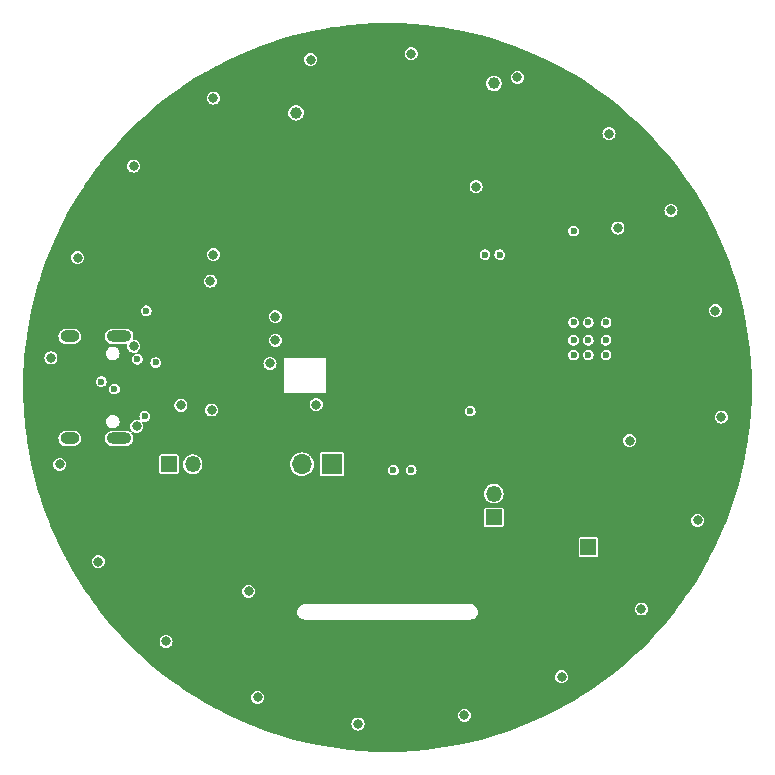
<source format=gbr>
%TF.GenerationSoftware,KiCad,Pcbnew,(6.0.7)*%
%TF.CreationDate,2023-03-05T02:27:35+08:00*%
%TF.ProjectId,CameraPosition,43616d65-7261-4506-9f73-6974696f6e2e,rev?*%
%TF.SameCoordinates,Original*%
%TF.FileFunction,Copper,L2,Inr*%
%TF.FilePolarity,Positive*%
%FSLAX46Y46*%
G04 Gerber Fmt 4.6, Leading zero omitted, Abs format (unit mm)*
G04 Created by KiCad (PCBNEW (6.0.7)) date 2023-03-05 02:27:35*
%MOMM*%
%LPD*%
G01*
G04 APERTURE LIST*
%TA.AperFunction,ComponentPad*%
%ADD10R,1.700000X1.700000*%
%TD*%
%TA.AperFunction,ComponentPad*%
%ADD11O,1.700000X1.700000*%
%TD*%
%TA.AperFunction,ComponentPad*%
%ADD12R,1.350000X1.350000*%
%TD*%
%TA.AperFunction,ComponentPad*%
%ADD13O,1.350000X1.350000*%
%TD*%
%TA.AperFunction,ComponentPad*%
%ADD14O,1.600000X1.000000*%
%TD*%
%TA.AperFunction,ComponentPad*%
%ADD15O,2.100000X1.000000*%
%TD*%
%TA.AperFunction,ViaPad*%
%ADD16C,0.800000*%
%TD*%
%TA.AperFunction,ViaPad*%
%ADD17C,0.600000*%
%TD*%
%TA.AperFunction,ViaPad*%
%ADD18C,1.000000*%
%TD*%
G04 APERTURE END LIST*
D10*
%TO.N,/BAT*%
%TO.C,BT1*%
X44300000Y-55500000D03*
D11*
%TO.N,GND*%
X41760000Y-55500000D03*
%TD*%
D12*
%TO.N,Net-(Q3-Pad3)*%
%TO.C,TP3*%
X66000000Y-62500000D03*
D13*
%TO.N,+3V3*%
X64000000Y-62500000D03*
%TD*%
D12*
%TO.N,GND*%
%TO.C,TP2*%
X58000000Y-60000000D03*
D13*
%TO.N,Net-(TP2-Pad2)*%
X58000000Y-58000000D03*
%TD*%
D12*
%TO.N,GND*%
%TO.C,TP1*%
X30500000Y-55500000D03*
D13*
%TO.N,/D13*%
X32500000Y-55500000D03*
%TD*%
D14*
%TO.N,GND*%
%TO.C,J1*%
X22090000Y-53320000D03*
D15*
X26270000Y-44680000D03*
D14*
X22090000Y-44680000D03*
D15*
X26270000Y-53320000D03*
%TD*%
D16*
%TO.N,GND*%
X22750000Y-38000000D03*
D17*
X66000000Y-45000000D03*
D16*
X55500000Y-76750000D03*
X27500000Y-30250000D03*
X21250000Y-55500000D03*
D17*
X64750000Y-45000000D03*
D16*
X38000000Y-75250000D03*
X20500000Y-46500000D03*
X46500000Y-77500000D03*
D17*
X51000000Y-56000000D03*
X67500000Y-46250000D03*
X67500000Y-45000000D03*
D16*
X77250000Y-51500000D03*
X56500000Y-32000000D03*
D17*
X64750000Y-46250000D03*
D16*
X30250000Y-70500000D03*
X27750000Y-52299502D03*
X63750000Y-73500000D03*
X27500000Y-45500000D03*
X67750000Y-27500000D03*
D17*
X66000000Y-46250000D03*
D16*
X37250000Y-66250000D03*
X76750000Y-42500000D03*
X73000000Y-34000000D03*
X70500000Y-67750000D03*
D17*
X64750000Y-43500000D03*
D16*
X34250000Y-24500000D03*
X69500000Y-53500000D03*
D17*
X67500000Y-43500000D03*
X66000000Y-43500000D03*
D16*
X60000000Y-22750000D03*
D17*
X49500000Y-56000000D03*
D16*
X51000000Y-20750000D03*
X42500000Y-21250000D03*
X24500000Y-63750000D03*
X75250000Y-60250000D03*
D17*
X64750000Y-35750000D03*
%TO.N,VCC*%
X29366250Y-46883750D03*
X28450000Y-51450000D03*
X27816606Y-46608236D03*
D16*
%TO.N,+5V*%
X34250000Y-37750000D03*
X39500000Y-45000000D03*
X39045000Y-46955000D03*
X39500000Y-43000000D03*
X34000000Y-40000000D03*
%TO.N,+3V3*%
X69500000Y-31500000D03*
X59000000Y-33050000D03*
X72000000Y-35000000D03*
X72500000Y-37250000D03*
X47500000Y-56000000D03*
X52250000Y-53750000D03*
X48000000Y-26750000D03*
X71000000Y-33500000D03*
X33500000Y-30750000D03*
X32000000Y-37750000D03*
X33500000Y-31750000D03*
X27000000Y-34000000D03*
%TO.N,Net-(D1-Pad2)*%
X31500000Y-50500000D03*
D17*
%TO.N,Net-(J1-PadA5)*%
X24750000Y-48500000D03*
%TO.N,/D+*%
X57250000Y-37750000D03*
X28570000Y-42500000D03*
%TO.N,/D-*%
X25875000Y-49125000D03*
X58500000Y-37750000D03*
D16*
%TO.N,/BAT*%
X34095000Y-50905000D03*
X42956250Y-50456250D03*
D17*
%TO.N,/LED_IN*%
X56000000Y-51000000D03*
D18*
%TO.N,Net-(C7-Pad2)*%
X58000000Y-23250000D03*
X41250000Y-25750000D03*
D16*
%TO.N,Net-(C18-Pad2)*%
X68500000Y-35500000D03*
%TD*%
%TA.AperFunction,Conductor*%
%TO.N,+3V3*%
G36*
X50074919Y-18169263D02*
G01*
X50078367Y-18169384D01*
X50142066Y-18172722D01*
X51150225Y-18225558D01*
X51153672Y-18225799D01*
X52222922Y-18319346D01*
X52226359Y-18319707D01*
X53291708Y-18450515D01*
X53295130Y-18450996D01*
X53720243Y-18518327D01*
X54355278Y-18618907D01*
X54358628Y-18619497D01*
X55407073Y-18823295D01*
X55412264Y-18824304D01*
X55415643Y-18825022D01*
X56461498Y-19066476D01*
X56464828Y-19067306D01*
X56924759Y-19190544D01*
X57501617Y-19345113D01*
X57504939Y-19346066D01*
X57581242Y-19369394D01*
X58531396Y-19659885D01*
X58534642Y-19660941D01*
X59549521Y-20010391D01*
X59552745Y-20011564D01*
X60554812Y-20396222D01*
X60558004Y-20397512D01*
X61546041Y-20816908D01*
X61549198Y-20818314D01*
X62521944Y-21271913D01*
X62525050Y-21273427D01*
X63481440Y-21760732D01*
X63484492Y-21762355D01*
X64405882Y-22273090D01*
X64423217Y-22282699D01*
X64426199Y-22284420D01*
X64915912Y-22578669D01*
X65346286Y-22837264D01*
X65349216Y-22839096D01*
X66249362Y-23423658D01*
X66252227Y-23425590D01*
X66634903Y-23693542D01*
X67131481Y-24041250D01*
X67134231Y-24043247D01*
X67672896Y-24449160D01*
X67991479Y-24689230D01*
X67994202Y-24691358D01*
X68828331Y-25366823D01*
X68830978Y-25369044D01*
X69641037Y-26073217D01*
X69643605Y-26075529D01*
X70428589Y-26807539D01*
X70431075Y-26809939D01*
X71190061Y-27568925D01*
X71192461Y-27571411D01*
X71924471Y-28356395D01*
X71926783Y-28358963D01*
X72630956Y-29169022D01*
X72633177Y-29171669D01*
X73308642Y-30005798D01*
X73310770Y-30008521D01*
X73384445Y-30106291D01*
X73956753Y-30865769D01*
X73958750Y-30868519D01*
X74293268Y-31346260D01*
X74574410Y-31747773D01*
X74576342Y-31750638D01*
X75160904Y-32650784D01*
X75162736Y-32653714D01*
X75715574Y-33573790D01*
X75717295Y-33576772D01*
X76102459Y-34271627D01*
X76237645Y-34515509D01*
X76239268Y-34518560D01*
X76726573Y-35474950D01*
X76728087Y-35478056D01*
X77181686Y-36450802D01*
X77183092Y-36453959D01*
X77602488Y-37441996D01*
X77603778Y-37445188D01*
X77968981Y-38396572D01*
X77988427Y-38447231D01*
X77989607Y-38450474D01*
X78338479Y-39463670D01*
X78339053Y-39465338D01*
X78340115Y-39468604D01*
X78460609Y-39862722D01*
X78653934Y-40495061D01*
X78654887Y-40498383D01*
X78932691Y-41535161D01*
X78933524Y-41538502D01*
X79160678Y-42522415D01*
X79174978Y-42584356D01*
X79175696Y-42587736D01*
X79363763Y-43555250D01*
X79380498Y-43641346D01*
X79381093Y-43644722D01*
X79444356Y-44044148D01*
X79549004Y-44704870D01*
X79549485Y-44708292D01*
X79680293Y-45773641D01*
X79680654Y-45777078D01*
X79774201Y-46846328D01*
X79774442Y-46849775D01*
X79830616Y-47921631D01*
X79830737Y-47925081D01*
X79848064Y-48917700D01*
X79849470Y-48998272D01*
X79849470Y-49001719D01*
X79832518Y-49972905D01*
X79830737Y-50074916D01*
X79830616Y-50078369D01*
X79774442Y-51150225D01*
X79774201Y-51153672D01*
X79680654Y-52222922D01*
X79680293Y-52226359D01*
X79549485Y-53291708D01*
X79549004Y-53295130D01*
X79512082Y-53528248D01*
X79442282Y-53968952D01*
X79381098Y-54355251D01*
X79380503Y-54358628D01*
X79254228Y-55008254D01*
X79175696Y-55412264D01*
X79174978Y-55415643D01*
X78936228Y-56449788D01*
X78933527Y-56461486D01*
X78932694Y-56464828D01*
X78922051Y-56504548D01*
X78654887Y-57501617D01*
X78653934Y-57504939D01*
X78650367Y-57516606D01*
X78354791Y-58483394D01*
X78340121Y-58531376D01*
X78339059Y-58534642D01*
X78087137Y-59266278D01*
X77989609Y-59549521D01*
X77988436Y-59552745D01*
X77616516Y-60521627D01*
X77603782Y-60554801D01*
X77602488Y-60558004D01*
X77183092Y-61546041D01*
X77181686Y-61549198D01*
X76728087Y-62521944D01*
X76726573Y-62525050D01*
X76239268Y-63481440D01*
X76237645Y-63484491D01*
X75783161Y-64304403D01*
X75717301Y-64423217D01*
X75715574Y-64426210D01*
X75162736Y-65346286D01*
X75160904Y-65349216D01*
X74576342Y-66249362D01*
X74574410Y-66252227D01*
X74381575Y-66527625D01*
X73958750Y-67131481D01*
X73956753Y-67134231D01*
X73611909Y-67591854D01*
X73310770Y-67991479D01*
X73308642Y-67994202D01*
X72633177Y-68828331D01*
X72630956Y-68830978D01*
X71926783Y-69641037D01*
X71924471Y-69643605D01*
X71192461Y-70428589D01*
X71190061Y-70431075D01*
X70431075Y-71190061D01*
X70428589Y-71192461D01*
X69643605Y-71924471D01*
X69641037Y-71926783D01*
X68830978Y-72630956D01*
X68828331Y-72633177D01*
X67994202Y-73308642D01*
X67991479Y-73310770D01*
X67740363Y-73500000D01*
X67134231Y-73956753D01*
X67131481Y-73958750D01*
X66779373Y-74205299D01*
X66252227Y-74574410D01*
X66249362Y-74576342D01*
X65349216Y-75160904D01*
X65346286Y-75162736D01*
X64748992Y-75521627D01*
X64426210Y-75715574D01*
X64423228Y-75717295D01*
X63946730Y-75981422D01*
X63484491Y-76237645D01*
X63481440Y-76239268D01*
X62525050Y-76726573D01*
X62521944Y-76728087D01*
X61549198Y-77181686D01*
X61546041Y-77183092D01*
X60558004Y-77602488D01*
X60554812Y-77603778D01*
X59552745Y-77988436D01*
X59549526Y-77989607D01*
X58534642Y-78339059D01*
X58531396Y-78340115D01*
X57926494Y-78525052D01*
X57504939Y-78653934D01*
X57501617Y-78654887D01*
X56924759Y-78809456D01*
X56464828Y-78932694D01*
X56461498Y-78933524D01*
X55415644Y-79174978D01*
X55412264Y-79175696D01*
X54358628Y-79380503D01*
X54355278Y-79381093D01*
X53764641Y-79474641D01*
X53295130Y-79549004D01*
X53291708Y-79549485D01*
X52226359Y-79680293D01*
X52222922Y-79680654D01*
X51153672Y-79774201D01*
X51150225Y-79774442D01*
X50142066Y-79827278D01*
X50078367Y-79830616D01*
X50074919Y-79830737D01*
X49001719Y-79849470D01*
X48998281Y-79849470D01*
X47925081Y-79830737D01*
X47921633Y-79830616D01*
X47857934Y-79827278D01*
X46849775Y-79774442D01*
X46846328Y-79774201D01*
X45777078Y-79680654D01*
X45773641Y-79680293D01*
X44708292Y-79549485D01*
X44704870Y-79549004D01*
X44235359Y-79474641D01*
X43644722Y-79381093D01*
X43641372Y-79380503D01*
X42587736Y-79175696D01*
X42584356Y-79174978D01*
X41538502Y-78933524D01*
X41535172Y-78932694D01*
X41075241Y-78809456D01*
X40498383Y-78654887D01*
X40495061Y-78653934D01*
X40073506Y-78525052D01*
X39468604Y-78340115D01*
X39465358Y-78339059D01*
X38450474Y-77989607D01*
X38447255Y-77988436D01*
X37445188Y-77603778D01*
X37441996Y-77602488D01*
X37200549Y-77500000D01*
X45944750Y-77500000D01*
X45963670Y-77643709D01*
X46019139Y-77777625D01*
X46107379Y-77892621D01*
X46222375Y-77980861D01*
X46356291Y-78036330D01*
X46362720Y-78037176D01*
X46362722Y-78037177D01*
X46493567Y-78054403D01*
X46500000Y-78055250D01*
X46506433Y-78054403D01*
X46637278Y-78037177D01*
X46637280Y-78037176D01*
X46643709Y-78036330D01*
X46777625Y-77980861D01*
X46892621Y-77892621D01*
X46980861Y-77777625D01*
X47036330Y-77643709D01*
X47055250Y-77500000D01*
X47036330Y-77356291D01*
X46980861Y-77222375D01*
X46892621Y-77107379D01*
X46777625Y-77019139D01*
X46643709Y-76963670D01*
X46637280Y-76962824D01*
X46637278Y-76962823D01*
X46506433Y-76945597D01*
X46500000Y-76944750D01*
X46493567Y-76945597D01*
X46362722Y-76962823D01*
X46362720Y-76962824D01*
X46356291Y-76963670D01*
X46222375Y-77019139D01*
X46107379Y-77107379D01*
X46019139Y-77222375D01*
X45963670Y-77356291D01*
X45944750Y-77500000D01*
X37200549Y-77500000D01*
X36453959Y-77183092D01*
X36450802Y-77181686D01*
X35525049Y-76750000D01*
X54944750Y-76750000D01*
X54963670Y-76893709D01*
X55019139Y-77027625D01*
X55107379Y-77142621D01*
X55222375Y-77230861D01*
X55356291Y-77286330D01*
X55362720Y-77287176D01*
X55362722Y-77287177D01*
X55493567Y-77304403D01*
X55500000Y-77305250D01*
X55506433Y-77304403D01*
X55637278Y-77287177D01*
X55637280Y-77287176D01*
X55643709Y-77286330D01*
X55777625Y-77230861D01*
X55892621Y-77142621D01*
X55980861Y-77027625D01*
X56036330Y-76893709D01*
X56055250Y-76750000D01*
X56036330Y-76606291D01*
X55980861Y-76472375D01*
X55892621Y-76357379D01*
X55777625Y-76269139D01*
X55643709Y-76213670D01*
X55637280Y-76212824D01*
X55637278Y-76212823D01*
X55506433Y-76195597D01*
X55500000Y-76194750D01*
X55493567Y-76195597D01*
X55362722Y-76212823D01*
X55362720Y-76212824D01*
X55356291Y-76213670D01*
X55222375Y-76269139D01*
X55107379Y-76357379D01*
X55019139Y-76472375D01*
X54963670Y-76606291D01*
X54944750Y-76750000D01*
X35525049Y-76750000D01*
X35478056Y-76728087D01*
X35474950Y-76726573D01*
X34518560Y-76239268D01*
X34515509Y-76237645D01*
X34053270Y-75981422D01*
X33576772Y-75717295D01*
X33573790Y-75715574D01*
X33251009Y-75521627D01*
X32798946Y-75250000D01*
X37444750Y-75250000D01*
X37463670Y-75393709D01*
X37519139Y-75527625D01*
X37607379Y-75642621D01*
X37722375Y-75730861D01*
X37856291Y-75786330D01*
X37862720Y-75787176D01*
X37862722Y-75787177D01*
X37993567Y-75804403D01*
X38000000Y-75805250D01*
X38006433Y-75804403D01*
X38137278Y-75787177D01*
X38137280Y-75787176D01*
X38143709Y-75786330D01*
X38277625Y-75730861D01*
X38392621Y-75642621D01*
X38480861Y-75527625D01*
X38536330Y-75393709D01*
X38555250Y-75250000D01*
X38536330Y-75106291D01*
X38480861Y-74972375D01*
X38392621Y-74857379D01*
X38277625Y-74769139D01*
X38143709Y-74713670D01*
X38137280Y-74712824D01*
X38137278Y-74712823D01*
X38006433Y-74695597D01*
X38000000Y-74694750D01*
X37993567Y-74695597D01*
X37862722Y-74712823D01*
X37862720Y-74712824D01*
X37856291Y-74713670D01*
X37722375Y-74769139D01*
X37607379Y-74857379D01*
X37519139Y-74972375D01*
X37463670Y-75106291D01*
X37444750Y-75250000D01*
X32798946Y-75250000D01*
X32653714Y-75162736D01*
X32650784Y-75160904D01*
X31750638Y-74576342D01*
X31747773Y-74574410D01*
X31220627Y-74205299D01*
X30868519Y-73958750D01*
X30865769Y-73956753D01*
X30259637Y-73500000D01*
X63194750Y-73500000D01*
X63213670Y-73643709D01*
X63269139Y-73777625D01*
X63357379Y-73892621D01*
X63472375Y-73980861D01*
X63606291Y-74036330D01*
X63612720Y-74037176D01*
X63612722Y-74037177D01*
X63743567Y-74054403D01*
X63750000Y-74055250D01*
X63756433Y-74054403D01*
X63887278Y-74037177D01*
X63887280Y-74037176D01*
X63893709Y-74036330D01*
X64027625Y-73980861D01*
X64142621Y-73892621D01*
X64230861Y-73777625D01*
X64286330Y-73643709D01*
X64305250Y-73500000D01*
X64286330Y-73356291D01*
X64230861Y-73222375D01*
X64142621Y-73107379D01*
X64027625Y-73019139D01*
X63893709Y-72963670D01*
X63887280Y-72962824D01*
X63887278Y-72962823D01*
X63756433Y-72945597D01*
X63750000Y-72944750D01*
X63743567Y-72945597D01*
X63612722Y-72962823D01*
X63612720Y-72962824D01*
X63606291Y-72963670D01*
X63472375Y-73019139D01*
X63357379Y-73107379D01*
X63269139Y-73222375D01*
X63213670Y-73356291D01*
X63194750Y-73500000D01*
X30259637Y-73500000D01*
X30008521Y-73310770D01*
X30005798Y-73308642D01*
X29171669Y-72633177D01*
X29169022Y-72630956D01*
X28358963Y-71926783D01*
X28356395Y-71924471D01*
X27571411Y-71192461D01*
X27568925Y-71190061D01*
X26878864Y-70500000D01*
X29694750Y-70500000D01*
X29713670Y-70643709D01*
X29769139Y-70777625D01*
X29857379Y-70892621D01*
X29972375Y-70980861D01*
X30106291Y-71036330D01*
X30112720Y-71037176D01*
X30112722Y-71037177D01*
X30243567Y-71054403D01*
X30250000Y-71055250D01*
X30256433Y-71054403D01*
X30387278Y-71037177D01*
X30387280Y-71037176D01*
X30393709Y-71036330D01*
X30527625Y-70980861D01*
X30642621Y-70892621D01*
X30730861Y-70777625D01*
X30786330Y-70643709D01*
X30805250Y-70500000D01*
X30796016Y-70429863D01*
X30787177Y-70362722D01*
X30787176Y-70362720D01*
X30786330Y-70356291D01*
X30730861Y-70222375D01*
X30642621Y-70107379D01*
X30527625Y-70019139D01*
X30393709Y-69963670D01*
X30387280Y-69962824D01*
X30387278Y-69962823D01*
X30256433Y-69945597D01*
X30250000Y-69944750D01*
X30243567Y-69945597D01*
X30112722Y-69962823D01*
X30112720Y-69962824D01*
X30106291Y-69963670D01*
X29972375Y-70019139D01*
X29857379Y-70107379D01*
X29769139Y-70222375D01*
X29713670Y-70356291D01*
X29712824Y-70362720D01*
X29712823Y-70362722D01*
X29703984Y-70429863D01*
X29694750Y-70500000D01*
X26878864Y-70500000D01*
X26809939Y-70431075D01*
X26807539Y-70428589D01*
X26075529Y-69643605D01*
X26073217Y-69641037D01*
X25369044Y-68830978D01*
X25366823Y-68828331D01*
X24696053Y-68000000D01*
X41345384Y-68000000D01*
X41361797Y-68145666D01*
X41410211Y-68284027D01*
X41488201Y-68408146D01*
X41591854Y-68511799D01*
X41715973Y-68589789D01*
X41854334Y-68638203D01*
X41992317Y-68653750D01*
X42000000Y-68655809D01*
X42012589Y-68652436D01*
X42018145Y-68652436D01*
X42032847Y-68650500D01*
X55967153Y-68650500D01*
X55981855Y-68652436D01*
X55987411Y-68652436D01*
X56000000Y-68655809D01*
X56007683Y-68653750D01*
X56018858Y-68652491D01*
X56018859Y-68652491D01*
X56072902Y-68646402D01*
X56145666Y-68638203D01*
X56284027Y-68589789D01*
X56408146Y-68511799D01*
X56511799Y-68408146D01*
X56589789Y-68284027D01*
X56638203Y-68145666D01*
X56654616Y-68000000D01*
X56638203Y-67854334D01*
X56601695Y-67750000D01*
X69944750Y-67750000D01*
X69963670Y-67893709D01*
X70019139Y-68027625D01*
X70107379Y-68142621D01*
X70222375Y-68230861D01*
X70356291Y-68286330D01*
X70362720Y-68287176D01*
X70362722Y-68287177D01*
X70493567Y-68304403D01*
X70500000Y-68305250D01*
X70506433Y-68304403D01*
X70637278Y-68287177D01*
X70637280Y-68287176D01*
X70643709Y-68286330D01*
X70777625Y-68230861D01*
X70892621Y-68142621D01*
X70980861Y-68027625D01*
X71036330Y-67893709D01*
X71055250Y-67750000D01*
X71050770Y-67715973D01*
X71037177Y-67612722D01*
X71037176Y-67612720D01*
X71036330Y-67606291D01*
X70980861Y-67472375D01*
X70892621Y-67357379D01*
X70777625Y-67269139D01*
X70643709Y-67213670D01*
X70637280Y-67212824D01*
X70637278Y-67212823D01*
X70506433Y-67195597D01*
X70500000Y-67194750D01*
X70493567Y-67195597D01*
X70362722Y-67212823D01*
X70362720Y-67212824D01*
X70356291Y-67213670D01*
X70222375Y-67269139D01*
X70107379Y-67357379D01*
X70019139Y-67472375D01*
X69963670Y-67606291D01*
X69962824Y-67612720D01*
X69962823Y-67612722D01*
X69949230Y-67715973D01*
X69944750Y-67750000D01*
X56601695Y-67750000D01*
X56589789Y-67715973D01*
X56511799Y-67591854D01*
X56408146Y-67488201D01*
X56284027Y-67410211D01*
X56145666Y-67361797D01*
X56007683Y-67346250D01*
X56000000Y-67344191D01*
X55987411Y-67347564D01*
X55981855Y-67347564D01*
X55967153Y-67349500D01*
X42032847Y-67349500D01*
X42018145Y-67347564D01*
X42012589Y-67347564D01*
X42000000Y-67344191D01*
X41992317Y-67346250D01*
X41981142Y-67347509D01*
X41981141Y-67347509D01*
X41928611Y-67353428D01*
X41854334Y-67361797D01*
X41715973Y-67410211D01*
X41591854Y-67488201D01*
X41488201Y-67591854D01*
X41410211Y-67715973D01*
X41361797Y-67854334D01*
X41345384Y-68000000D01*
X24696053Y-68000000D01*
X24691358Y-67994202D01*
X24689230Y-67991479D01*
X24388091Y-67591854D01*
X24043247Y-67134231D01*
X24041250Y-67131481D01*
X23618425Y-66527625D01*
X23425590Y-66252227D01*
X23424088Y-66250000D01*
X36694750Y-66250000D01*
X36713670Y-66393709D01*
X36769139Y-66527625D01*
X36857379Y-66642621D01*
X36972375Y-66730861D01*
X37106291Y-66786330D01*
X37112720Y-66787176D01*
X37112722Y-66787177D01*
X37243567Y-66804403D01*
X37250000Y-66805250D01*
X37256433Y-66804403D01*
X37387278Y-66787177D01*
X37387280Y-66787176D01*
X37393709Y-66786330D01*
X37527625Y-66730861D01*
X37642621Y-66642621D01*
X37730861Y-66527625D01*
X37786330Y-66393709D01*
X37805250Y-66250000D01*
X37786330Y-66106291D01*
X37730861Y-65972375D01*
X37642621Y-65857379D01*
X37527625Y-65769139D01*
X37393709Y-65713670D01*
X37387280Y-65712824D01*
X37387278Y-65712823D01*
X37256433Y-65695597D01*
X37250000Y-65694750D01*
X37243567Y-65695597D01*
X37112722Y-65712823D01*
X37112720Y-65712824D01*
X37106291Y-65713670D01*
X36972375Y-65769139D01*
X36857379Y-65857379D01*
X36769139Y-65972375D01*
X36713670Y-66106291D01*
X36694750Y-66250000D01*
X23424088Y-66250000D01*
X23423658Y-66249362D01*
X22839096Y-65349216D01*
X22837264Y-65346286D01*
X22284426Y-64426210D01*
X22282699Y-64423217D01*
X22216840Y-64304403D01*
X21909529Y-63750000D01*
X23944750Y-63750000D01*
X23963670Y-63893709D01*
X24019139Y-64027625D01*
X24107379Y-64142621D01*
X24222375Y-64230861D01*
X24356291Y-64286330D01*
X24362720Y-64287176D01*
X24362722Y-64287177D01*
X24493567Y-64304403D01*
X24500000Y-64305250D01*
X24506433Y-64304403D01*
X24637278Y-64287177D01*
X24637280Y-64287176D01*
X24643709Y-64286330D01*
X24777625Y-64230861D01*
X24892621Y-64142621D01*
X24980861Y-64027625D01*
X25036330Y-63893709D01*
X25055250Y-63750000D01*
X25051593Y-63722221D01*
X25037177Y-63612722D01*
X25037176Y-63612720D01*
X25036330Y-63606291D01*
X24980861Y-63472375D01*
X24892621Y-63357379D01*
X24777625Y-63269139D01*
X24643709Y-63213670D01*
X24637280Y-63212824D01*
X24637278Y-63212823D01*
X24506433Y-63195597D01*
X24500000Y-63194750D01*
X24493567Y-63195597D01*
X24362722Y-63212823D01*
X24362720Y-63212824D01*
X24356291Y-63213670D01*
X24222375Y-63269139D01*
X24107379Y-63357379D01*
X24019139Y-63472375D01*
X23963670Y-63606291D01*
X23962824Y-63612720D01*
X23962823Y-63612722D01*
X23948407Y-63722221D01*
X23944750Y-63750000D01*
X21909529Y-63750000D01*
X21762355Y-63484491D01*
X21760732Y-63481440D01*
X21612144Y-63189820D01*
X65174500Y-63189820D01*
X65175447Y-63194578D01*
X65175447Y-63194583D01*
X65175649Y-63195597D01*
X65183233Y-63233722D01*
X65216496Y-63283504D01*
X65266278Y-63316767D01*
X65275838Y-63318669D01*
X65275839Y-63318669D01*
X65305417Y-63324553D01*
X65305422Y-63324553D01*
X65310180Y-63325500D01*
X66689820Y-63325500D01*
X66694578Y-63324553D01*
X66694583Y-63324553D01*
X66724161Y-63318669D01*
X66724162Y-63318669D01*
X66733722Y-63316767D01*
X66783504Y-63283504D01*
X66816767Y-63233722D01*
X66824351Y-63195597D01*
X66824553Y-63194583D01*
X66824553Y-63194578D01*
X66825500Y-63189820D01*
X66825500Y-61810180D01*
X66816767Y-61766278D01*
X66783504Y-61716496D01*
X66733722Y-61683233D01*
X66724162Y-61681331D01*
X66724161Y-61681331D01*
X66694583Y-61675447D01*
X66694578Y-61675447D01*
X66689820Y-61674500D01*
X65310180Y-61674500D01*
X65305422Y-61675447D01*
X65305417Y-61675447D01*
X65275839Y-61681331D01*
X65275838Y-61681331D01*
X65266278Y-61683233D01*
X65216496Y-61716496D01*
X65183233Y-61766278D01*
X65174500Y-61810180D01*
X65174500Y-63189820D01*
X21612144Y-63189820D01*
X21273427Y-62525050D01*
X21271913Y-62521944D01*
X20818314Y-61549198D01*
X20816908Y-61546041D01*
X20453464Y-60689820D01*
X57174500Y-60689820D01*
X57183233Y-60733722D01*
X57216496Y-60783504D01*
X57266278Y-60816767D01*
X57275838Y-60818669D01*
X57275839Y-60818669D01*
X57305417Y-60824553D01*
X57305422Y-60824553D01*
X57310180Y-60825500D01*
X58689820Y-60825500D01*
X58694578Y-60824553D01*
X58694583Y-60824553D01*
X58724161Y-60818669D01*
X58724162Y-60818669D01*
X58733722Y-60816767D01*
X58783504Y-60783504D01*
X58816767Y-60733722D01*
X58825500Y-60689820D01*
X58825500Y-60250000D01*
X74694750Y-60250000D01*
X74713670Y-60393709D01*
X74769139Y-60527625D01*
X74857379Y-60642621D01*
X74972375Y-60730861D01*
X75106291Y-60786330D01*
X75112720Y-60787176D01*
X75112722Y-60787177D01*
X75243567Y-60804403D01*
X75250000Y-60805250D01*
X75256433Y-60804403D01*
X75387278Y-60787177D01*
X75387280Y-60787176D01*
X75393709Y-60786330D01*
X75527625Y-60730861D01*
X75642621Y-60642621D01*
X75730861Y-60527625D01*
X75786330Y-60393709D01*
X75805250Y-60250000D01*
X75786330Y-60106291D01*
X75730861Y-59972375D01*
X75642621Y-59857379D01*
X75527625Y-59769139D01*
X75393709Y-59713670D01*
X75387280Y-59712824D01*
X75387278Y-59712823D01*
X75256433Y-59695597D01*
X75250000Y-59694750D01*
X75243567Y-59695597D01*
X75112722Y-59712823D01*
X75112720Y-59712824D01*
X75106291Y-59713670D01*
X74972375Y-59769139D01*
X74857379Y-59857379D01*
X74769139Y-59972375D01*
X74713670Y-60106291D01*
X74694750Y-60250000D01*
X58825500Y-60250000D01*
X58825500Y-59310180D01*
X58816767Y-59266278D01*
X58783504Y-59216496D01*
X58733722Y-59183233D01*
X58724162Y-59181331D01*
X58724161Y-59181331D01*
X58694583Y-59175447D01*
X58694578Y-59175447D01*
X58689820Y-59174500D01*
X57310180Y-59174500D01*
X57305422Y-59175447D01*
X57305417Y-59175447D01*
X57275839Y-59181331D01*
X57275838Y-59181331D01*
X57266278Y-59183233D01*
X57216496Y-59216496D01*
X57183233Y-59266278D01*
X57174500Y-59310180D01*
X57174500Y-60689820D01*
X20453464Y-60689820D01*
X20397512Y-60558004D01*
X20396218Y-60554801D01*
X20383484Y-60521627D01*
X20011564Y-59552745D01*
X20010391Y-59549521D01*
X19912863Y-59266278D01*
X19660941Y-58534642D01*
X19659879Y-58531376D01*
X19645210Y-58483394D01*
X19497421Y-58000000D01*
X57169953Y-58000000D01*
X57188092Y-58172576D01*
X57241714Y-58337611D01*
X57328478Y-58487889D01*
X57331946Y-58491741D01*
X57331950Y-58491746D01*
X57441120Y-58612992D01*
X57441124Y-58612996D01*
X57444590Y-58616845D01*
X57584976Y-58718842D01*
X57589708Y-58720949D01*
X57589710Y-58720950D01*
X57738763Y-58787313D01*
X57738767Y-58787314D01*
X57743501Y-58789422D01*
X57748571Y-58790500D01*
X57748572Y-58790500D01*
X57782539Y-58797720D01*
X57913236Y-58825500D01*
X58086764Y-58825500D01*
X58217461Y-58797720D01*
X58251428Y-58790500D01*
X58251429Y-58790500D01*
X58256499Y-58789422D01*
X58261233Y-58787314D01*
X58261237Y-58787313D01*
X58410290Y-58720950D01*
X58410292Y-58720949D01*
X58415024Y-58718842D01*
X58555410Y-58616845D01*
X58558876Y-58612996D01*
X58558880Y-58612992D01*
X58668050Y-58491746D01*
X58668054Y-58491741D01*
X58671522Y-58487889D01*
X58758286Y-58337611D01*
X58811908Y-58172576D01*
X58830047Y-58000000D01*
X58811908Y-57827424D01*
X58758286Y-57662389D01*
X58671522Y-57512111D01*
X58668054Y-57508259D01*
X58668050Y-57508254D01*
X58558880Y-57387008D01*
X58558876Y-57387004D01*
X58555410Y-57383155D01*
X58415024Y-57281158D01*
X58410292Y-57279051D01*
X58410290Y-57279050D01*
X58261237Y-57212687D01*
X58261233Y-57212686D01*
X58256499Y-57210578D01*
X58251429Y-57209500D01*
X58251428Y-57209500D01*
X58217461Y-57202280D01*
X58086764Y-57174500D01*
X57913236Y-57174500D01*
X57782539Y-57202280D01*
X57748572Y-57209500D01*
X57748571Y-57209500D01*
X57743501Y-57210578D01*
X57738767Y-57212686D01*
X57738763Y-57212687D01*
X57589711Y-57279050D01*
X57589709Y-57279051D01*
X57584977Y-57281158D01*
X57444590Y-57383155D01*
X57441124Y-57387004D01*
X57441120Y-57387008D01*
X57331950Y-57508254D01*
X57331946Y-57508259D01*
X57328478Y-57512111D01*
X57241714Y-57662389D01*
X57188092Y-57827424D01*
X57169953Y-58000000D01*
X19497421Y-58000000D01*
X19349633Y-57516606D01*
X19346066Y-57504939D01*
X19345113Y-57501617D01*
X19077949Y-56504548D01*
X19067306Y-56464828D01*
X19066473Y-56461486D01*
X19063773Y-56449788D01*
X19003755Y-56189820D01*
X29674500Y-56189820D01*
X29675447Y-56194578D01*
X29675447Y-56194583D01*
X29676825Y-56201509D01*
X29683233Y-56233722D01*
X29716496Y-56283504D01*
X29766278Y-56316767D01*
X29775838Y-56318669D01*
X29775839Y-56318669D01*
X29805417Y-56324553D01*
X29805422Y-56324553D01*
X29810180Y-56325500D01*
X31189820Y-56325500D01*
X31194578Y-56324553D01*
X31194583Y-56324553D01*
X31224161Y-56318669D01*
X31224162Y-56318669D01*
X31233722Y-56316767D01*
X31283504Y-56283504D01*
X31316767Y-56233722D01*
X31323175Y-56201509D01*
X31324553Y-56194583D01*
X31324553Y-56194578D01*
X31325500Y-56189820D01*
X31325500Y-55500000D01*
X31669953Y-55500000D01*
X31670495Y-55505157D01*
X31686632Y-55658684D01*
X31688092Y-55672576D01*
X31689693Y-55677502D01*
X31689693Y-55677504D01*
X31702828Y-55717929D01*
X31741714Y-55837611D01*
X31744308Y-55842104D01*
X31744309Y-55842106D01*
X31780229Y-55904320D01*
X31828478Y-55987889D01*
X31831946Y-55991741D01*
X31831950Y-55991746D01*
X31941120Y-56112992D01*
X31941124Y-56112996D01*
X31944590Y-56116845D01*
X32084976Y-56218842D01*
X32089708Y-56220949D01*
X32089710Y-56220950D01*
X32238763Y-56287313D01*
X32238767Y-56287314D01*
X32243501Y-56289422D01*
X32248571Y-56290500D01*
X32248572Y-56290500D01*
X32282539Y-56297720D01*
X32413236Y-56325500D01*
X32586764Y-56325500D01*
X32717461Y-56297720D01*
X32751428Y-56290500D01*
X32751429Y-56290500D01*
X32756499Y-56289422D01*
X32761233Y-56287314D01*
X32761237Y-56287313D01*
X32910290Y-56220950D01*
X32910292Y-56220949D01*
X32915024Y-56218842D01*
X33055410Y-56116845D01*
X33058876Y-56112996D01*
X33058880Y-56112992D01*
X33168050Y-55991746D01*
X33168054Y-55991741D01*
X33171522Y-55987889D01*
X33219771Y-55904320D01*
X33255691Y-55842106D01*
X33255692Y-55842104D01*
X33258286Y-55837611D01*
X33297172Y-55717929D01*
X33310307Y-55677504D01*
X33310307Y-55677502D01*
X33311908Y-55672576D01*
X33313369Y-55658684D01*
X33329505Y-55505157D01*
X33330047Y-55500000D01*
X33328572Y-55485963D01*
X40754757Y-55485963D01*
X40760293Y-55551888D01*
X40769261Y-55658684D01*
X40771175Y-55681483D01*
X40772508Y-55686131D01*
X40772508Y-55686132D01*
X40814530Y-55832677D01*
X40825258Y-55870091D01*
X40827473Y-55874401D01*
X40912731Y-56040296D01*
X40912734Y-56040300D01*
X40914944Y-56044601D01*
X41036818Y-56198369D01*
X41040505Y-56201507D01*
X41040507Y-56201509D01*
X41182550Y-56322397D01*
X41182555Y-56322400D01*
X41186238Y-56325535D01*
X41190460Y-56327895D01*
X41190465Y-56327898D01*
X41230333Y-56350179D01*
X41357513Y-56421257D01*
X41437280Y-56447175D01*
X41539513Y-56480393D01*
X41539516Y-56480394D01*
X41544118Y-56481889D01*
X41738946Y-56505121D01*
X41743768Y-56504750D01*
X41743771Y-56504750D01*
X41929748Y-56490440D01*
X41929753Y-56490439D01*
X41934576Y-56490068D01*
X42123556Y-56437303D01*
X42127869Y-56435124D01*
X42127875Y-56435122D01*
X42267049Y-56364820D01*
X43299500Y-56364820D01*
X43308233Y-56408722D01*
X43313649Y-56416827D01*
X43313649Y-56416828D01*
X43317607Y-56422751D01*
X43341496Y-56458504D01*
X43391278Y-56491767D01*
X43400838Y-56493669D01*
X43400839Y-56493669D01*
X43430417Y-56499553D01*
X43430422Y-56499553D01*
X43435180Y-56500500D01*
X45164820Y-56500500D01*
X45169578Y-56499553D01*
X45169583Y-56499553D01*
X45199161Y-56493669D01*
X45199162Y-56493669D01*
X45208722Y-56491767D01*
X45258504Y-56458504D01*
X45282393Y-56422751D01*
X45286351Y-56416828D01*
X45286351Y-56416827D01*
X45291767Y-56408722D01*
X45300500Y-56364820D01*
X45300500Y-55994440D01*
X49044901Y-55994440D01*
X49045816Y-56001437D01*
X49045816Y-56001438D01*
X49047082Y-56011120D01*
X49061633Y-56122394D01*
X49064471Y-56128845D01*
X49064472Y-56128847D01*
X49096444Y-56201509D01*
X49113605Y-56240510D01*
X49142928Y-56275394D01*
X49192100Y-56333892D01*
X49192103Y-56333894D01*
X49196639Y-56339291D01*
X49304060Y-56410796D01*
X49310788Y-56412898D01*
X49310790Y-56412899D01*
X49365646Y-56430037D01*
X49427233Y-56449278D01*
X49491744Y-56450460D01*
X49549202Y-56451514D01*
X49549204Y-56451514D01*
X49556255Y-56451643D01*
X49563058Y-56449788D01*
X49563060Y-56449788D01*
X49608853Y-56437303D01*
X49680755Y-56417700D01*
X49790724Y-56350179D01*
X49815871Y-56322397D01*
X49872590Y-56259735D01*
X49872590Y-56259734D01*
X49877322Y-56254507D01*
X49933588Y-56138375D01*
X49950089Y-56040296D01*
X49954363Y-56014891D01*
X49954363Y-56014886D01*
X49954997Y-56011120D01*
X49955133Y-56000000D01*
X49954337Y-55994440D01*
X50544901Y-55994440D01*
X50545816Y-56001437D01*
X50545816Y-56001438D01*
X50547082Y-56011120D01*
X50561633Y-56122394D01*
X50564471Y-56128845D01*
X50564472Y-56128847D01*
X50596444Y-56201509D01*
X50613605Y-56240510D01*
X50642928Y-56275394D01*
X50692100Y-56333892D01*
X50692103Y-56333894D01*
X50696639Y-56339291D01*
X50804060Y-56410796D01*
X50810788Y-56412898D01*
X50810790Y-56412899D01*
X50865646Y-56430037D01*
X50927233Y-56449278D01*
X50991744Y-56450460D01*
X51049202Y-56451514D01*
X51049204Y-56451514D01*
X51056255Y-56451643D01*
X51063058Y-56449788D01*
X51063060Y-56449788D01*
X51108853Y-56437303D01*
X51180755Y-56417700D01*
X51290724Y-56350179D01*
X51315871Y-56322397D01*
X51372590Y-56259735D01*
X51372590Y-56259734D01*
X51377322Y-56254507D01*
X51433588Y-56138375D01*
X51450089Y-56040296D01*
X51454363Y-56014891D01*
X51454363Y-56014886D01*
X51454997Y-56011120D01*
X51455133Y-56000000D01*
X51436839Y-55872259D01*
X51396153Y-55782774D01*
X51386349Y-55761212D01*
X51386348Y-55761211D01*
X51383428Y-55754788D01*
X51330395Y-55693240D01*
X51303798Y-55662372D01*
X51303797Y-55662371D01*
X51299193Y-55657028D01*
X51293276Y-55653193D01*
X51293274Y-55653191D01*
X51196824Y-55590677D01*
X51190906Y-55586841D01*
X51184150Y-55584821D01*
X51184149Y-55584820D01*
X51141335Y-55572016D01*
X51067273Y-55549866D01*
X50990644Y-55549398D01*
X50945282Y-55549121D01*
X50938231Y-55549078D01*
X50931454Y-55551015D01*
X50931453Y-55551015D01*
X50820935Y-55582601D01*
X50820933Y-55582602D01*
X50814155Y-55584539D01*
X50705019Y-55653399D01*
X50619596Y-55750122D01*
X50564754Y-55866932D01*
X50544901Y-55994440D01*
X49954337Y-55994440D01*
X49936839Y-55872259D01*
X49896153Y-55782774D01*
X49886349Y-55761212D01*
X49886348Y-55761211D01*
X49883428Y-55754788D01*
X49830395Y-55693240D01*
X49803798Y-55662372D01*
X49803797Y-55662371D01*
X49799193Y-55657028D01*
X49793276Y-55653193D01*
X49793274Y-55653191D01*
X49696824Y-55590677D01*
X49690906Y-55586841D01*
X49684150Y-55584821D01*
X49684149Y-55584820D01*
X49641335Y-55572016D01*
X49567273Y-55549866D01*
X49490644Y-55549398D01*
X49445282Y-55549121D01*
X49438231Y-55549078D01*
X49431454Y-55551015D01*
X49431453Y-55551015D01*
X49320935Y-55582601D01*
X49320933Y-55582602D01*
X49314155Y-55584539D01*
X49205019Y-55653399D01*
X49119596Y-55750122D01*
X49064754Y-55866932D01*
X49044901Y-55994440D01*
X45300500Y-55994440D01*
X45300500Y-54635180D01*
X45291767Y-54591278D01*
X45279697Y-54573213D01*
X45263923Y-54549606D01*
X45258504Y-54541496D01*
X45221280Y-54516624D01*
X45216828Y-54513649D01*
X45216827Y-54513649D01*
X45208722Y-54508233D01*
X45199162Y-54506331D01*
X45199161Y-54506331D01*
X45169583Y-54500447D01*
X45169578Y-54500447D01*
X45164820Y-54499500D01*
X43435180Y-54499500D01*
X43430422Y-54500447D01*
X43430417Y-54500447D01*
X43400839Y-54506331D01*
X43400838Y-54506331D01*
X43391278Y-54508233D01*
X43383173Y-54513649D01*
X43383172Y-54513649D01*
X43378720Y-54516624D01*
X43341496Y-54541496D01*
X43336077Y-54549606D01*
X43320304Y-54573213D01*
X43308233Y-54591278D01*
X43299500Y-54635180D01*
X43299500Y-56364820D01*
X42267049Y-56364820D01*
X42294368Y-56351020D01*
X42294370Y-56351018D01*
X42298689Y-56348837D01*
X42303667Y-56344948D01*
X42449487Y-56231022D01*
X42449491Y-56231018D01*
X42453303Y-56228040D01*
X42456652Y-56224161D01*
X42578345Y-56083177D01*
X42578347Y-56083175D01*
X42581509Y-56079511D01*
X42595291Y-56055250D01*
X42676036Y-55913115D01*
X42676037Y-55913112D01*
X42678425Y-55908909D01*
X42683844Y-55892621D01*
X42738831Y-55727323D01*
X42738831Y-55727321D01*
X42740358Y-55722732D01*
X42764949Y-55528071D01*
X42765341Y-55500000D01*
X42764836Y-55494843D01*
X42750662Y-55350297D01*
X42746194Y-55304728D01*
X42689484Y-55116894D01*
X42631719Y-55008254D01*
X42599643Y-54947927D01*
X42599641Y-54947923D01*
X42597370Y-54943653D01*
X42548030Y-54883155D01*
X42476422Y-54795355D01*
X42476421Y-54795354D01*
X42473361Y-54791602D01*
X42374116Y-54709500D01*
X42325907Y-54669618D01*
X42325906Y-54669617D01*
X42322180Y-54666535D01*
X42200678Y-54600839D01*
X42153839Y-54575513D01*
X42153838Y-54575513D01*
X42149585Y-54573213D01*
X41962152Y-54515193D01*
X41957342Y-54514687D01*
X41957340Y-54514687D01*
X41771835Y-54495189D01*
X41771833Y-54495189D01*
X41767019Y-54494683D01*
X41703684Y-54500447D01*
X41576438Y-54512027D01*
X41576435Y-54512028D01*
X41571618Y-54512466D01*
X41566976Y-54513832D01*
X41566972Y-54513833D01*
X41388040Y-54566496D01*
X41388037Y-54566497D01*
X41383393Y-54567864D01*
X41209512Y-54658767D01*
X41205743Y-54661797D01*
X41205742Y-54661798D01*
X41196016Y-54669618D01*
X41056600Y-54781711D01*
X41036708Y-54805417D01*
X40933589Y-54928310D01*
X40933586Y-54928314D01*
X40930480Y-54932016D01*
X40835956Y-55103954D01*
X40834492Y-55108568D01*
X40834491Y-55108571D01*
X40818845Y-55157894D01*
X40776628Y-55290978D01*
X40776088Y-55295790D01*
X40776088Y-55295791D01*
X40755697Y-55477585D01*
X40754757Y-55485963D01*
X33328572Y-55485963D01*
X33321005Y-55413972D01*
X33312450Y-55332576D01*
X33312449Y-55332571D01*
X33311908Y-55327424D01*
X33303030Y-55300098D01*
X33259889Y-55167323D01*
X33258286Y-55162389D01*
X33234694Y-55121526D01*
X33177861Y-55023090D01*
X33171522Y-55012111D01*
X33168054Y-55008259D01*
X33168050Y-55008254D01*
X33058880Y-54887008D01*
X33058876Y-54887004D01*
X33055410Y-54883155D01*
X32915024Y-54781158D01*
X32910292Y-54779051D01*
X32910290Y-54779050D01*
X32761237Y-54712687D01*
X32761233Y-54712686D01*
X32756499Y-54710578D01*
X32751429Y-54709500D01*
X32751428Y-54709500D01*
X32717461Y-54702280D01*
X32586764Y-54674500D01*
X32413236Y-54674500D01*
X32282539Y-54702280D01*
X32248572Y-54709500D01*
X32248571Y-54709500D01*
X32243501Y-54710578D01*
X32238767Y-54712686D01*
X32238763Y-54712687D01*
X32089711Y-54779050D01*
X32089709Y-54779051D01*
X32084977Y-54781158D01*
X31944590Y-54883155D01*
X31941124Y-54887004D01*
X31941120Y-54887008D01*
X31831950Y-55008254D01*
X31831946Y-55008259D01*
X31828478Y-55012111D01*
X31822139Y-55023090D01*
X31765307Y-55121526D01*
X31741714Y-55162389D01*
X31740111Y-55167323D01*
X31696971Y-55300098D01*
X31688092Y-55327424D01*
X31687551Y-55332571D01*
X31687550Y-55332576D01*
X31678995Y-55413972D01*
X31669953Y-55500000D01*
X31325500Y-55500000D01*
X31325500Y-54810180D01*
X31321805Y-54791602D01*
X31318669Y-54775839D01*
X31318669Y-54775838D01*
X31316767Y-54766278D01*
X31283504Y-54716496D01*
X31233722Y-54683233D01*
X31224162Y-54681331D01*
X31224161Y-54681331D01*
X31194583Y-54675447D01*
X31194578Y-54675447D01*
X31189820Y-54674500D01*
X29810180Y-54674500D01*
X29805422Y-54675447D01*
X29805417Y-54675447D01*
X29775839Y-54681331D01*
X29775838Y-54681331D01*
X29766278Y-54683233D01*
X29716496Y-54716496D01*
X29683233Y-54766278D01*
X29681331Y-54775838D01*
X29681331Y-54775839D01*
X29678196Y-54791602D01*
X29674500Y-54810180D01*
X29674500Y-56189820D01*
X19003755Y-56189820D01*
X18844497Y-55500000D01*
X20694750Y-55500000D01*
X20713670Y-55643709D01*
X20769139Y-55777625D01*
X20857379Y-55892621D01*
X20972375Y-55980861D01*
X21106291Y-56036330D01*
X21112720Y-56037176D01*
X21112722Y-56037177D01*
X21243567Y-56054403D01*
X21250000Y-56055250D01*
X21256433Y-56054403D01*
X21387278Y-56037177D01*
X21387280Y-56037176D01*
X21393709Y-56036330D01*
X21527625Y-55980861D01*
X21642621Y-55892621D01*
X21730861Y-55777625D01*
X21786330Y-55643709D01*
X21805250Y-55500000D01*
X21786330Y-55356291D01*
X21730861Y-55222375D01*
X21642621Y-55107379D01*
X21527625Y-55019139D01*
X21393709Y-54963670D01*
X21387280Y-54962824D01*
X21387278Y-54962823D01*
X21256433Y-54945597D01*
X21250000Y-54944750D01*
X21243567Y-54945597D01*
X21112722Y-54962823D01*
X21112720Y-54962824D01*
X21106291Y-54963670D01*
X20972375Y-55019139D01*
X20857379Y-55107379D01*
X20769139Y-55222375D01*
X20713670Y-55356291D01*
X20694750Y-55500000D01*
X18844497Y-55500000D01*
X18825022Y-55415643D01*
X18824304Y-55412264D01*
X18745772Y-55008254D01*
X18619497Y-54358628D01*
X18618902Y-54355251D01*
X18557719Y-53968952D01*
X18487918Y-53528248D01*
X18450996Y-53295130D01*
X18450515Y-53291708D01*
X18448934Y-53278830D01*
X21135624Y-53278830D01*
X21145944Y-53442860D01*
X21147867Y-53448778D01*
X21147867Y-53448779D01*
X21162420Y-53493567D01*
X21196732Y-53599171D01*
X21284798Y-53737940D01*
X21289334Y-53742200D01*
X21289336Y-53742202D01*
X21400064Y-53846182D01*
X21404607Y-53850448D01*
X21548632Y-53929627D01*
X21707823Y-53970500D01*
X22430925Y-53970500D01*
X22520887Y-53959135D01*
X22546877Y-53955852D01*
X22546878Y-53955852D01*
X22553058Y-53955071D01*
X22705871Y-53894568D01*
X22838837Y-53797963D01*
X22842803Y-53793168D01*
X22842806Y-53793166D01*
X22892841Y-53732683D01*
X22943600Y-53671326D01*
X23013579Y-53522613D01*
X23044376Y-53361170D01*
X23039196Y-53278830D01*
X25065624Y-53278830D01*
X25075944Y-53442860D01*
X25077867Y-53448778D01*
X25077867Y-53448779D01*
X25092420Y-53493567D01*
X25126732Y-53599171D01*
X25214798Y-53737940D01*
X25219334Y-53742200D01*
X25219336Y-53742202D01*
X25330064Y-53846182D01*
X25334607Y-53850448D01*
X25478632Y-53929627D01*
X25637823Y-53970500D01*
X26860925Y-53970500D01*
X26950887Y-53959135D01*
X26976877Y-53955852D01*
X26976878Y-53955852D01*
X26983058Y-53955071D01*
X27135871Y-53894568D01*
X27268837Y-53797963D01*
X27272803Y-53793168D01*
X27272806Y-53793166D01*
X27322841Y-53732683D01*
X27373600Y-53671326D01*
X27443579Y-53522613D01*
X27447893Y-53500000D01*
X68944750Y-53500000D01*
X68963670Y-53643709D01*
X69019139Y-53777625D01*
X69107379Y-53892621D01*
X69222375Y-53980861D01*
X69356291Y-54036330D01*
X69362720Y-54037176D01*
X69362722Y-54037177D01*
X69493567Y-54054403D01*
X69500000Y-54055250D01*
X69506433Y-54054403D01*
X69637278Y-54037177D01*
X69637280Y-54037176D01*
X69643709Y-54036330D01*
X69777625Y-53980861D01*
X69892621Y-53892621D01*
X69980861Y-53777625D01*
X70036330Y-53643709D01*
X70055250Y-53500000D01*
X70036330Y-53356291D01*
X69980861Y-53222375D01*
X69892621Y-53107379D01*
X69777625Y-53019139D01*
X69643709Y-52963670D01*
X69637280Y-52962824D01*
X69637278Y-52962823D01*
X69506433Y-52945597D01*
X69500000Y-52944750D01*
X69493567Y-52945597D01*
X69362722Y-52962823D01*
X69362720Y-52962824D01*
X69356291Y-52963670D01*
X69222375Y-53019139D01*
X69107379Y-53107379D01*
X69019139Y-53222375D01*
X68963670Y-53356291D01*
X68944750Y-53500000D01*
X27447893Y-53500000D01*
X27474376Y-53361170D01*
X27464056Y-53197140D01*
X27434891Y-53107379D01*
X27415193Y-53046753D01*
X27415192Y-53046752D01*
X27413268Y-53040829D01*
X27402011Y-53023090D01*
X27333192Y-52914650D01*
X27317975Y-52855387D01*
X27340499Y-52798498D01*
X27392159Y-52765713D01*
X27453224Y-52769555D01*
X27466277Y-52775865D01*
X27467231Y-52776416D01*
X27472375Y-52780363D01*
X27478368Y-52782845D01*
X27478369Y-52782846D01*
X27516157Y-52798498D01*
X27606291Y-52835832D01*
X27612720Y-52836678D01*
X27612722Y-52836679D01*
X27743567Y-52853905D01*
X27750000Y-52854752D01*
X27756433Y-52853905D01*
X27887278Y-52836679D01*
X27887280Y-52836678D01*
X27893709Y-52835832D01*
X28027625Y-52780363D01*
X28142621Y-52692123D01*
X28230861Y-52577127D01*
X28286330Y-52443211D01*
X28292654Y-52395181D01*
X28304403Y-52305935D01*
X28305250Y-52299502D01*
X28295620Y-52226359D01*
X28287177Y-52162224D01*
X28287176Y-52162222D01*
X28286330Y-52155793D01*
X28264116Y-52102163D01*
X28231742Y-52024003D01*
X28226942Y-51963006D01*
X28258911Y-51910837D01*
X28315439Y-51887423D01*
X28352730Y-51891623D01*
X28370499Y-51897175D01*
X28370505Y-51897176D01*
X28377233Y-51899278D01*
X28441744Y-51900460D01*
X28499202Y-51901514D01*
X28499204Y-51901514D01*
X28506255Y-51901643D01*
X28513058Y-51899788D01*
X28513060Y-51899788D01*
X28558413Y-51887423D01*
X28630755Y-51867700D01*
X28740724Y-51800179D01*
X28766568Y-51771627D01*
X28822590Y-51709735D01*
X28822590Y-51709734D01*
X28827322Y-51704507D01*
X28883588Y-51588375D01*
X28898456Y-51500000D01*
X76694750Y-51500000D01*
X76695597Y-51506433D01*
X76705131Y-51578847D01*
X76713670Y-51643709D01*
X76769139Y-51777625D01*
X76857379Y-51892621D01*
X76972375Y-51980861D01*
X77106291Y-52036330D01*
X77112720Y-52037176D01*
X77112722Y-52037177D01*
X77243567Y-52054403D01*
X77250000Y-52055250D01*
X77256433Y-52054403D01*
X77387278Y-52037177D01*
X77387280Y-52037176D01*
X77393709Y-52036330D01*
X77527625Y-51980861D01*
X77642621Y-51892621D01*
X77730861Y-51777625D01*
X77786330Y-51643709D01*
X77794870Y-51578847D01*
X77804403Y-51506433D01*
X77805250Y-51500000D01*
X77793506Y-51410796D01*
X77787177Y-51362722D01*
X77787176Y-51362720D01*
X77786330Y-51356291D01*
X77730861Y-51222375D01*
X77642621Y-51107379D01*
X77527625Y-51019139D01*
X77393709Y-50963670D01*
X77387280Y-50962824D01*
X77387278Y-50962823D01*
X77256433Y-50945597D01*
X77250000Y-50944750D01*
X77243567Y-50945597D01*
X77112722Y-50962823D01*
X77112720Y-50962824D01*
X77106291Y-50963670D01*
X76972375Y-51019139D01*
X76857379Y-51107379D01*
X76769139Y-51222375D01*
X76713670Y-51356291D01*
X76712824Y-51362720D01*
X76712823Y-51362722D01*
X76706494Y-51410796D01*
X76694750Y-51500000D01*
X28898456Y-51500000D01*
X28899538Y-51493567D01*
X28904363Y-51464891D01*
X28904363Y-51464886D01*
X28904997Y-51461120D01*
X28905133Y-51450000D01*
X28886839Y-51322259D01*
X28849670Y-51240510D01*
X28836349Y-51211212D01*
X28836348Y-51211211D01*
X28833428Y-51204788D01*
X28770209Y-51131418D01*
X28753798Y-51112372D01*
X28753797Y-51112371D01*
X28749193Y-51107028D01*
X28743276Y-51103193D01*
X28743274Y-51103191D01*
X28646824Y-51040677D01*
X28640906Y-51036841D01*
X28634150Y-51034821D01*
X28634149Y-51034820D01*
X28567512Y-51014891D01*
X28517273Y-50999866D01*
X28440644Y-50999398D01*
X28395282Y-50999121D01*
X28388231Y-50999078D01*
X28381454Y-51001015D01*
X28381453Y-51001015D01*
X28270935Y-51032601D01*
X28270933Y-51032602D01*
X28264155Y-51034539D01*
X28155019Y-51103399D01*
X28069596Y-51200122D01*
X28014754Y-51316932D01*
X27994901Y-51444440D01*
X27995816Y-51451437D01*
X27995816Y-51451438D01*
X27996858Y-51459403D01*
X28011633Y-51572394D01*
X28014471Y-51578845D01*
X28014472Y-51578847D01*
X28041260Y-51639727D01*
X28047390Y-51700605D01*
X28016566Y-51753459D01*
X27960562Y-51778101D01*
X27912761Y-51771064D01*
X27893709Y-51763172D01*
X27887280Y-51762326D01*
X27887278Y-51762325D01*
X27756433Y-51745099D01*
X27750000Y-51744252D01*
X27743567Y-51745099D01*
X27612722Y-51762325D01*
X27612720Y-51762326D01*
X27606291Y-51763172D01*
X27472375Y-51818641D01*
X27467226Y-51822592D01*
X27377264Y-51891623D01*
X27357379Y-51906881D01*
X27269139Y-52021877D01*
X27213670Y-52155793D01*
X27212824Y-52162222D01*
X27212823Y-52162224D01*
X27204380Y-52226359D01*
X27194750Y-52299502D01*
X27195597Y-52305935D01*
X27207347Y-52395181D01*
X27213670Y-52443211D01*
X27269139Y-52577127D01*
X27273090Y-52582276D01*
X27310347Y-52630830D01*
X27330771Y-52688506D01*
X27313394Y-52747172D01*
X27264852Y-52784419D01*
X27203688Y-52786021D01*
X27184111Y-52777852D01*
X27066825Y-52713373D01*
X27061368Y-52710373D01*
X26902177Y-52669500D01*
X25679075Y-52669500D01*
X25589113Y-52680865D01*
X25563123Y-52684148D01*
X25563122Y-52684148D01*
X25556942Y-52684929D01*
X25404129Y-52745432D01*
X25356050Y-52780363D01*
X25278538Y-52836679D01*
X25271163Y-52842037D01*
X25267197Y-52846832D01*
X25267194Y-52846834D01*
X25225034Y-52897798D01*
X25166400Y-52968674D01*
X25096421Y-53117387D01*
X25065624Y-53278830D01*
X23039196Y-53278830D01*
X23034056Y-53197140D01*
X23004891Y-53107379D01*
X22985193Y-53046753D01*
X22985192Y-53046752D01*
X22983268Y-53040829D01*
X22972011Y-53023090D01*
X22933764Y-52962823D01*
X22895202Y-52902060D01*
X22890666Y-52897800D01*
X22890664Y-52897798D01*
X22779936Y-52793818D01*
X22779935Y-52793817D01*
X22775393Y-52789552D01*
X22631368Y-52710373D01*
X22472177Y-52669500D01*
X21749075Y-52669500D01*
X21659113Y-52680865D01*
X21633123Y-52684148D01*
X21633122Y-52684148D01*
X21626942Y-52684929D01*
X21474129Y-52745432D01*
X21426050Y-52780363D01*
X21348538Y-52836679D01*
X21341163Y-52842037D01*
X21337197Y-52846832D01*
X21337194Y-52846834D01*
X21295034Y-52897798D01*
X21236400Y-52968674D01*
X21166421Y-53117387D01*
X21135624Y-53278830D01*
X18448934Y-53278830D01*
X18319707Y-52226359D01*
X18319346Y-52222922D01*
X18290219Y-51890000D01*
X25159534Y-51890000D01*
X25179313Y-52040236D01*
X25181797Y-52046233D01*
X25234819Y-52174240D01*
X25234821Y-52174244D01*
X25237302Y-52180233D01*
X25241248Y-52185375D01*
X25241250Y-52185379D01*
X25295926Y-52256633D01*
X25329549Y-52300451D01*
X25334698Y-52304402D01*
X25444621Y-52388750D01*
X25444625Y-52388752D01*
X25449767Y-52392698D01*
X25455756Y-52395179D01*
X25455760Y-52395181D01*
X25571715Y-52443211D01*
X25589764Y-52450687D01*
X25702280Y-52465500D01*
X25777720Y-52465500D01*
X25890236Y-52450687D01*
X25908285Y-52443211D01*
X26024240Y-52395181D01*
X26024244Y-52395179D01*
X26030233Y-52392698D01*
X26035375Y-52388752D01*
X26035379Y-52388750D01*
X26145302Y-52304402D01*
X26150451Y-52300451D01*
X26184074Y-52256633D01*
X26238750Y-52185379D01*
X26238752Y-52185375D01*
X26242698Y-52180233D01*
X26245179Y-52174244D01*
X26245181Y-52174240D01*
X26298203Y-52046233D01*
X26300687Y-52040236D01*
X26320466Y-51890000D01*
X26300687Y-51739764D01*
X26280285Y-51690510D01*
X26245181Y-51605760D01*
X26245179Y-51605756D01*
X26242698Y-51599767D01*
X26238752Y-51594625D01*
X26238750Y-51594621D01*
X26154402Y-51484698D01*
X26150451Y-51479549D01*
X26145302Y-51475598D01*
X26035379Y-51391250D01*
X26035375Y-51391248D01*
X26030233Y-51387302D01*
X26024244Y-51384821D01*
X26024240Y-51384819D01*
X25896233Y-51331797D01*
X25890236Y-51329313D01*
X25777720Y-51314500D01*
X25702280Y-51314500D01*
X25589764Y-51329313D01*
X25583767Y-51331797D01*
X25455760Y-51384819D01*
X25455756Y-51384821D01*
X25449767Y-51387302D01*
X25444625Y-51391248D01*
X25444621Y-51391250D01*
X25334698Y-51475598D01*
X25329549Y-51479549D01*
X25325598Y-51484698D01*
X25241250Y-51594621D01*
X25241248Y-51594625D01*
X25237302Y-51599767D01*
X25234821Y-51605756D01*
X25234819Y-51605760D01*
X25199715Y-51690510D01*
X25179313Y-51739764D01*
X25159534Y-51890000D01*
X18290219Y-51890000D01*
X18225799Y-51153672D01*
X18225558Y-51150225D01*
X18191481Y-50500000D01*
X30944750Y-50500000D01*
X30945597Y-50506433D01*
X30961520Y-50627375D01*
X30963670Y-50643709D01*
X31019139Y-50777625D01*
X31107379Y-50892621D01*
X31222375Y-50980861D01*
X31356291Y-51036330D01*
X31362720Y-51037176D01*
X31362722Y-51037177D01*
X31493567Y-51054403D01*
X31500000Y-51055250D01*
X31506433Y-51054403D01*
X31637278Y-51037177D01*
X31637280Y-51037176D01*
X31643709Y-51036330D01*
X31777625Y-50980861D01*
X31876488Y-50905000D01*
X33539750Y-50905000D01*
X33540597Y-50911433D01*
X33557613Y-51040677D01*
X33558670Y-51048709D01*
X33614139Y-51182625D01*
X33702379Y-51297621D01*
X33817375Y-51385861D01*
X33951291Y-51441330D01*
X33957720Y-51442176D01*
X33957722Y-51442177D01*
X34088567Y-51459403D01*
X34095000Y-51460250D01*
X34101433Y-51459403D01*
X34232278Y-51442177D01*
X34232280Y-51442176D01*
X34238709Y-51441330D01*
X34372625Y-51385861D01*
X34487621Y-51297621D01*
X34575861Y-51182625D01*
X34631330Y-51048709D01*
X34632388Y-51040677D01*
X34649403Y-50911433D01*
X34650250Y-50905000D01*
X34646156Y-50873902D01*
X34632177Y-50767722D01*
X34632176Y-50767720D01*
X34631330Y-50761291D01*
X34575861Y-50627375D01*
X34487621Y-50512379D01*
X34414473Y-50456250D01*
X42401000Y-50456250D01*
X42401847Y-50462683D01*
X42417635Y-50582601D01*
X42419920Y-50599959D01*
X42475389Y-50733875D01*
X42563629Y-50848871D01*
X42678625Y-50937111D01*
X42812541Y-50992580D01*
X42818970Y-50993426D01*
X42818972Y-50993427D01*
X42949817Y-51010653D01*
X42956250Y-51011500D01*
X42962683Y-51010653D01*
X43085833Y-50994440D01*
X55544901Y-50994440D01*
X55545816Y-51001437D01*
X55545816Y-51001438D01*
X55547021Y-51010653D01*
X55561633Y-51122394D01*
X55564471Y-51128845D01*
X55564472Y-51128847D01*
X55610764Y-51234054D01*
X55613605Y-51240510D01*
X55655122Y-51289901D01*
X55692100Y-51333892D01*
X55692103Y-51333894D01*
X55696639Y-51339291D01*
X55804060Y-51410796D01*
X55810788Y-51412898D01*
X55810790Y-51412899D01*
X55865647Y-51430037D01*
X55927233Y-51449278D01*
X55991744Y-51450460D01*
X56049202Y-51451514D01*
X56049204Y-51451514D01*
X56056255Y-51451643D01*
X56063058Y-51449788D01*
X56063060Y-51449788D01*
X56108255Y-51437466D01*
X56180755Y-51417700D01*
X56290724Y-51350179D01*
X56377322Y-51254507D01*
X56433588Y-51138375D01*
X56449755Y-51042278D01*
X56454363Y-51014891D01*
X56454363Y-51014886D01*
X56454997Y-51011120D01*
X56455133Y-51000000D01*
X56436839Y-50872259D01*
X56396153Y-50782774D01*
X56386349Y-50761212D01*
X56386348Y-50761211D01*
X56383428Y-50754788D01*
X56299193Y-50657028D01*
X56293276Y-50653193D01*
X56293274Y-50653191D01*
X56196824Y-50590677D01*
X56190906Y-50586841D01*
X56184150Y-50584821D01*
X56184149Y-50584820D01*
X56141335Y-50572016D01*
X56067273Y-50549866D01*
X55990644Y-50549398D01*
X55945282Y-50549121D01*
X55938231Y-50549078D01*
X55931454Y-50551015D01*
X55931453Y-50551015D01*
X55820935Y-50582601D01*
X55820933Y-50582602D01*
X55814155Y-50584539D01*
X55705019Y-50653399D01*
X55619596Y-50750122D01*
X55564754Y-50866932D01*
X55544901Y-50994440D01*
X43085833Y-50994440D01*
X43093528Y-50993427D01*
X43093530Y-50993426D01*
X43099959Y-50992580D01*
X43233875Y-50937111D01*
X43348871Y-50848871D01*
X43437111Y-50733875D01*
X43492580Y-50599959D01*
X43494866Y-50582601D01*
X43510653Y-50462683D01*
X43511500Y-50456250D01*
X43492580Y-50312541D01*
X43437111Y-50178625D01*
X43348871Y-50063629D01*
X43233875Y-49975389D01*
X43099959Y-49919920D01*
X43093530Y-49919074D01*
X43093528Y-49919073D01*
X42962683Y-49901847D01*
X42956250Y-49901000D01*
X42949817Y-49901847D01*
X42818972Y-49919073D01*
X42818970Y-49919074D01*
X42812541Y-49919920D01*
X42678625Y-49975389D01*
X42563629Y-50063629D01*
X42475389Y-50178625D01*
X42419920Y-50312541D01*
X42401000Y-50456250D01*
X34414473Y-50456250D01*
X34372625Y-50424139D01*
X34238709Y-50368670D01*
X34232280Y-50367824D01*
X34232278Y-50367823D01*
X34101433Y-50350597D01*
X34095000Y-50349750D01*
X34088567Y-50350597D01*
X33957722Y-50367823D01*
X33957720Y-50367824D01*
X33951291Y-50368670D01*
X33817375Y-50424139D01*
X33702379Y-50512379D01*
X33614139Y-50627375D01*
X33558670Y-50761291D01*
X33557824Y-50767720D01*
X33557823Y-50767722D01*
X33543844Y-50873902D01*
X33539750Y-50905000D01*
X31876488Y-50905000D01*
X31892621Y-50892621D01*
X31980861Y-50777625D01*
X32036330Y-50643709D01*
X32038481Y-50627375D01*
X32054403Y-50506433D01*
X32055250Y-50500000D01*
X32045263Y-50424139D01*
X32037177Y-50362722D01*
X32037176Y-50362720D01*
X32036330Y-50356291D01*
X31980861Y-50222375D01*
X31892621Y-50107379D01*
X31777625Y-50019139D01*
X31643709Y-49963670D01*
X31637280Y-49962824D01*
X31637278Y-49962823D01*
X31506433Y-49945597D01*
X31500000Y-49944750D01*
X31493567Y-49945597D01*
X31362722Y-49962823D01*
X31362720Y-49962824D01*
X31356291Y-49963670D01*
X31222375Y-50019139D01*
X31107379Y-50107379D01*
X31019139Y-50222375D01*
X30963670Y-50356291D01*
X30962824Y-50362720D01*
X30962823Y-50362722D01*
X30954737Y-50424139D01*
X30944750Y-50500000D01*
X18191481Y-50500000D01*
X18169384Y-50078369D01*
X18169263Y-50074916D01*
X18167482Y-49972905D01*
X18152585Y-49119440D01*
X25419901Y-49119440D01*
X25420816Y-49126437D01*
X25420816Y-49126438D01*
X25422082Y-49136120D01*
X25436633Y-49247394D01*
X25439471Y-49253845D01*
X25439472Y-49253847D01*
X25446458Y-49269724D01*
X25488605Y-49365510D01*
X25530122Y-49414901D01*
X25567100Y-49458892D01*
X25567103Y-49458894D01*
X25571639Y-49464291D01*
X25679060Y-49535796D01*
X25685788Y-49537898D01*
X25685790Y-49537899D01*
X25740647Y-49555037D01*
X25802233Y-49574278D01*
X25866744Y-49575461D01*
X25924202Y-49576514D01*
X25924204Y-49576514D01*
X25931255Y-49576643D01*
X25938058Y-49574788D01*
X25938060Y-49574788D01*
X25979828Y-49563400D01*
X26055755Y-49542700D01*
X26125299Y-49500000D01*
X40250000Y-49500000D01*
X43750000Y-49500000D01*
X43750000Y-46500000D01*
X40250000Y-46500000D01*
X40250000Y-49500000D01*
X26125299Y-49500000D01*
X26165724Y-49475179D01*
X26252322Y-49379507D01*
X26308588Y-49263375D01*
X26329997Y-49136120D01*
X26330133Y-49125000D01*
X26311839Y-48997259D01*
X26258428Y-48879788D01*
X26174193Y-48782028D01*
X26168276Y-48778193D01*
X26168274Y-48778191D01*
X26071824Y-48715677D01*
X26065906Y-48711841D01*
X26059150Y-48709821D01*
X26059149Y-48709820D01*
X26016335Y-48697016D01*
X25942273Y-48674866D01*
X25865644Y-48674398D01*
X25820282Y-48674121D01*
X25813231Y-48674078D01*
X25806454Y-48676015D01*
X25806453Y-48676015D01*
X25695935Y-48707601D01*
X25695933Y-48707602D01*
X25689155Y-48709539D01*
X25580019Y-48778399D01*
X25494596Y-48875122D01*
X25439754Y-48991932D01*
X25419901Y-49119440D01*
X18152585Y-49119440D01*
X18150530Y-49001719D01*
X18150530Y-48998272D01*
X18151937Y-48917700D01*
X18159325Y-48494440D01*
X24294901Y-48494440D01*
X24295816Y-48501437D01*
X24295816Y-48501438D01*
X24297082Y-48511120D01*
X24311633Y-48622394D01*
X24314471Y-48628845D01*
X24314472Y-48628847D01*
X24350101Y-48709820D01*
X24363605Y-48740510D01*
X24402997Y-48787372D01*
X24442100Y-48833892D01*
X24442103Y-48833894D01*
X24446639Y-48839291D01*
X24554060Y-48910796D01*
X24560788Y-48912898D01*
X24560790Y-48912899D01*
X24615646Y-48930037D01*
X24677233Y-48949278D01*
X24741744Y-48950461D01*
X24799202Y-48951514D01*
X24799204Y-48951514D01*
X24806255Y-48951643D01*
X24813058Y-48949788D01*
X24813060Y-48949788D01*
X24854828Y-48938400D01*
X24930755Y-48917700D01*
X25040724Y-48850179D01*
X25127322Y-48754507D01*
X25183588Y-48638375D01*
X25204997Y-48511120D01*
X25205133Y-48500000D01*
X25186839Y-48372259D01*
X25133428Y-48254788D01*
X25049193Y-48157028D01*
X25043276Y-48153193D01*
X25043274Y-48153191D01*
X24946824Y-48090677D01*
X24940906Y-48086841D01*
X24934150Y-48084821D01*
X24934149Y-48084820D01*
X24891335Y-48072016D01*
X24817273Y-48049866D01*
X24740644Y-48049398D01*
X24695282Y-48049121D01*
X24688231Y-48049078D01*
X24681454Y-48051015D01*
X24681453Y-48051015D01*
X24570935Y-48082601D01*
X24570933Y-48082602D01*
X24564155Y-48084539D01*
X24455019Y-48153399D01*
X24369596Y-48250122D01*
X24314754Y-48366932D01*
X24294901Y-48494440D01*
X18159325Y-48494440D01*
X18169263Y-47925081D01*
X18169384Y-47921631D01*
X18225558Y-46849775D01*
X18225799Y-46846328D01*
X18256099Y-46500000D01*
X19944750Y-46500000D01*
X19945597Y-46506433D01*
X19959961Y-46615535D01*
X19963670Y-46643709D01*
X20019139Y-46777625D01*
X20107379Y-46892621D01*
X20222375Y-46980861D01*
X20356291Y-47036330D01*
X20362720Y-47037176D01*
X20362722Y-47037177D01*
X20493567Y-47054403D01*
X20500000Y-47055250D01*
X20506433Y-47054403D01*
X20637278Y-47037177D01*
X20637280Y-47037176D01*
X20643709Y-47036330D01*
X20777625Y-46980861D01*
X20892621Y-46892621D01*
X20980861Y-46777625D01*
X21036330Y-46643709D01*
X21040040Y-46615535D01*
X21054403Y-46506433D01*
X21055250Y-46500000D01*
X21050820Y-46466351D01*
X21037177Y-46362722D01*
X21037176Y-46362720D01*
X21036330Y-46356291D01*
X20980861Y-46222375D01*
X20894632Y-46110000D01*
X25159534Y-46110000D01*
X25179313Y-46260236D01*
X25181797Y-46266233D01*
X25234819Y-46394240D01*
X25234821Y-46394244D01*
X25237302Y-46400233D01*
X25241248Y-46405375D01*
X25241250Y-46405379D01*
X25320181Y-46508243D01*
X25329549Y-46520451D01*
X25334698Y-46524402D01*
X25444621Y-46608750D01*
X25444625Y-46608752D01*
X25449767Y-46612698D01*
X25455756Y-46615179D01*
X25455760Y-46615181D01*
X25539104Y-46649703D01*
X25589764Y-46670687D01*
X25702280Y-46685500D01*
X25777720Y-46685500D01*
X25890236Y-46670687D01*
X25940896Y-46649703D01*
X26024240Y-46615181D01*
X26024244Y-46615179D01*
X26030233Y-46612698D01*
X26035375Y-46608752D01*
X26035379Y-46608750D01*
X26145302Y-46524402D01*
X26150451Y-46520451D01*
X26159819Y-46508243D01*
X26238750Y-46405379D01*
X26238752Y-46405375D01*
X26242698Y-46400233D01*
X26245179Y-46394244D01*
X26245181Y-46394240D01*
X26298203Y-46266233D01*
X26300687Y-46260236D01*
X26320466Y-46110000D01*
X26300687Y-45959764D01*
X26294468Y-45944750D01*
X26245181Y-45825760D01*
X26245179Y-45825756D01*
X26242698Y-45819767D01*
X26238752Y-45814625D01*
X26238750Y-45814621D01*
X26154402Y-45704698D01*
X26150451Y-45699549D01*
X26085491Y-45649703D01*
X26035379Y-45611250D01*
X26035375Y-45611248D01*
X26030233Y-45607302D01*
X26024244Y-45604821D01*
X26024240Y-45604819D01*
X25896233Y-45551797D01*
X25890236Y-45549313D01*
X25777720Y-45534500D01*
X25702280Y-45534500D01*
X25589764Y-45549313D01*
X25583767Y-45551797D01*
X25455760Y-45604819D01*
X25455756Y-45604821D01*
X25449767Y-45607302D01*
X25444625Y-45611248D01*
X25444621Y-45611250D01*
X25394509Y-45649703D01*
X25329549Y-45699549D01*
X25325598Y-45704698D01*
X25241250Y-45814621D01*
X25241248Y-45814625D01*
X25237302Y-45819767D01*
X25234821Y-45825756D01*
X25234819Y-45825760D01*
X25185532Y-45944750D01*
X25179313Y-45959764D01*
X25159534Y-46110000D01*
X20894632Y-46110000D01*
X20892621Y-46107379D01*
X20777625Y-46019139D01*
X20643709Y-45963670D01*
X20637280Y-45962824D01*
X20637278Y-45962823D01*
X20506433Y-45945597D01*
X20500000Y-45944750D01*
X20493567Y-45945597D01*
X20362722Y-45962823D01*
X20362720Y-45962824D01*
X20356291Y-45963670D01*
X20222375Y-46019139D01*
X20107379Y-46107379D01*
X20019139Y-46222375D01*
X19963670Y-46356291D01*
X19962824Y-46362720D01*
X19962823Y-46362722D01*
X19949180Y-46466351D01*
X19944750Y-46500000D01*
X18256099Y-46500000D01*
X18319346Y-45777078D01*
X18319707Y-45773641D01*
X18450515Y-44708292D01*
X18450996Y-44704870D01*
X18461456Y-44638830D01*
X21135624Y-44638830D01*
X21139779Y-44704870D01*
X21142920Y-44754788D01*
X21145944Y-44802860D01*
X21147867Y-44808778D01*
X21147867Y-44808779D01*
X21163305Y-44856291D01*
X21196732Y-44959171D01*
X21200070Y-44964430D01*
X21200070Y-44964431D01*
X21220238Y-44996210D01*
X21284798Y-45097940D01*
X21289334Y-45102200D01*
X21289336Y-45102202D01*
X21400064Y-45206182D01*
X21404607Y-45210448D01*
X21494259Y-45259735D01*
X21536167Y-45282774D01*
X21548632Y-45289627D01*
X21707823Y-45330500D01*
X22430925Y-45330500D01*
X22520887Y-45319135D01*
X22546877Y-45315852D01*
X22546878Y-45315852D01*
X22553058Y-45315071D01*
X22705871Y-45254568D01*
X22838837Y-45157963D01*
X22842803Y-45153168D01*
X22842806Y-45153166D01*
X22892841Y-45092683D01*
X22943600Y-45031326D01*
X22953109Y-45011120D01*
X22982024Y-44949670D01*
X23013579Y-44882613D01*
X23044376Y-44721170D01*
X23039196Y-44638830D01*
X25065624Y-44638830D01*
X25069779Y-44704870D01*
X25072920Y-44754788D01*
X25075944Y-44802860D01*
X25077867Y-44808778D01*
X25077867Y-44808779D01*
X25093305Y-44856291D01*
X25126732Y-44959171D01*
X25130070Y-44964430D01*
X25130070Y-44964431D01*
X25150238Y-44996210D01*
X25214798Y-45097940D01*
X25219334Y-45102200D01*
X25219336Y-45102202D01*
X25330064Y-45206182D01*
X25334607Y-45210448D01*
X25424259Y-45259735D01*
X25466167Y-45282774D01*
X25478632Y-45289627D01*
X25637823Y-45330500D01*
X26854177Y-45330500D01*
X26912368Y-45349407D01*
X26948332Y-45398907D01*
X26952330Y-45442422D01*
X26951133Y-45451514D01*
X26944750Y-45500000D01*
X26945597Y-45506433D01*
X26959397Y-45611250D01*
X26963670Y-45643709D01*
X27019139Y-45777625D01*
X27107379Y-45892621D01*
X27222375Y-45980861D01*
X27356291Y-46036330D01*
X27362720Y-46037176D01*
X27362722Y-46037177D01*
X27472221Y-46051593D01*
X27500000Y-46055250D01*
X27506433Y-46054403D01*
X27507635Y-46054403D01*
X27565826Y-46073310D01*
X27601790Y-46122810D01*
X27601790Y-46183996D01*
X27565826Y-46233496D01*
X27560464Y-46237129D01*
X27521625Y-46261635D01*
X27436202Y-46358358D01*
X27381360Y-46475168D01*
X27361507Y-46602676D01*
X27362422Y-46609673D01*
X27362422Y-46609674D01*
X27366421Y-46640254D01*
X27378239Y-46730630D01*
X27381077Y-46737081D01*
X27381078Y-46737083D01*
X27427370Y-46842290D01*
X27430211Y-46848746D01*
X27456449Y-46879960D01*
X27508706Y-46942128D01*
X27508709Y-46942130D01*
X27513245Y-46947527D01*
X27620666Y-47019032D01*
X27627394Y-47021134D01*
X27627396Y-47021135D01*
X27676033Y-47036330D01*
X27743839Y-47057514D01*
X27808350Y-47058696D01*
X27865808Y-47059750D01*
X27865810Y-47059750D01*
X27872861Y-47059879D01*
X27879664Y-47058024D01*
X27879666Y-47058024D01*
X27921434Y-47046636D01*
X27997361Y-47025936D01*
X28107330Y-46958415D01*
X28171451Y-46887575D01*
X28179946Y-46878190D01*
X28911151Y-46878190D01*
X28912066Y-46885187D01*
X28912066Y-46885188D01*
X28913038Y-46892621D01*
X28927883Y-47006144D01*
X28930721Y-47012595D01*
X28930722Y-47012597D01*
X28977014Y-47117804D01*
X28979855Y-47124260D01*
X29021372Y-47173651D01*
X29058350Y-47217642D01*
X29058353Y-47217644D01*
X29062889Y-47223041D01*
X29170310Y-47294546D01*
X29177038Y-47296648D01*
X29177040Y-47296649D01*
X29231896Y-47313787D01*
X29293483Y-47333028D01*
X29357994Y-47334211D01*
X29415452Y-47335264D01*
X29415454Y-47335264D01*
X29422505Y-47335393D01*
X29429308Y-47333538D01*
X29429310Y-47333538D01*
X29471078Y-47322150D01*
X29547005Y-47301450D01*
X29656974Y-47233929D01*
X29663292Y-47226949D01*
X29738840Y-47143485D01*
X29738840Y-47143484D01*
X29743572Y-47138257D01*
X29799838Y-47022125D01*
X29811131Y-46955000D01*
X38489750Y-46955000D01*
X38490597Y-46961433D01*
X38503314Y-47058024D01*
X38508670Y-47098709D01*
X38564139Y-47232625D01*
X38652379Y-47347621D01*
X38767375Y-47435861D01*
X38901291Y-47491330D01*
X38907720Y-47492176D01*
X38907722Y-47492177D01*
X39038567Y-47509403D01*
X39045000Y-47510250D01*
X39051433Y-47509403D01*
X39182278Y-47492177D01*
X39182280Y-47492176D01*
X39188709Y-47491330D01*
X39322625Y-47435861D01*
X39437621Y-47347621D01*
X39525861Y-47232625D01*
X39581330Y-47098709D01*
X39586687Y-47058024D01*
X39599403Y-46961433D01*
X39600250Y-46955000D01*
X39592334Y-46894870D01*
X39582177Y-46817722D01*
X39582176Y-46817720D01*
X39581330Y-46811291D01*
X39525861Y-46677375D01*
X39473203Y-46608750D01*
X39441572Y-46567528D01*
X39437621Y-46562379D01*
X39322625Y-46474139D01*
X39188709Y-46418670D01*
X39182280Y-46417824D01*
X39182278Y-46417823D01*
X39051433Y-46400597D01*
X39045000Y-46399750D01*
X39038567Y-46400597D01*
X38907722Y-46417823D01*
X38907720Y-46417824D01*
X38901291Y-46418670D01*
X38767375Y-46474139D01*
X38652379Y-46562379D01*
X38648428Y-46567528D01*
X38616797Y-46608750D01*
X38564139Y-46677375D01*
X38508670Y-46811291D01*
X38507824Y-46817720D01*
X38507823Y-46817722D01*
X38497666Y-46894870D01*
X38489750Y-46955000D01*
X29811131Y-46955000D01*
X29812388Y-46947527D01*
X29820613Y-46898641D01*
X29820613Y-46898636D01*
X29821247Y-46894870D01*
X29821383Y-46883750D01*
X29803089Y-46756009D01*
X29764995Y-46672226D01*
X29752599Y-46644962D01*
X29752598Y-46644961D01*
X29749678Y-46638538D01*
X29665443Y-46540778D01*
X29659526Y-46536943D01*
X29659524Y-46536941D01*
X29572436Y-46480495D01*
X29557156Y-46470591D01*
X29550400Y-46468571D01*
X29550399Y-46468570D01*
X29507585Y-46455766D01*
X29433523Y-46433616D01*
X29356894Y-46433148D01*
X29311532Y-46432871D01*
X29304481Y-46432828D01*
X29297704Y-46434765D01*
X29297703Y-46434765D01*
X29187185Y-46466351D01*
X29187183Y-46466352D01*
X29180405Y-46468289D01*
X29071269Y-46537149D01*
X28985846Y-46633872D01*
X28931004Y-46750682D01*
X28911151Y-46878190D01*
X28179946Y-46878190D01*
X28189196Y-46867971D01*
X28189196Y-46867970D01*
X28193928Y-46862743D01*
X28250194Y-46746611D01*
X28263470Y-46667700D01*
X28270969Y-46623127D01*
X28270969Y-46623122D01*
X28271603Y-46619356D01*
X28271739Y-46608236D01*
X28253445Y-46480495D01*
X28219292Y-46405379D01*
X28202955Y-46369448D01*
X28202954Y-46369447D01*
X28200034Y-46363024D01*
X28115799Y-46265264D01*
X28109882Y-46261429D01*
X28109880Y-46261427D01*
X28083672Y-46244440D01*
X64294901Y-46244440D01*
X64295816Y-46251437D01*
X64295816Y-46251438D01*
X64297575Y-46264891D01*
X64311633Y-46372394D01*
X64314471Y-46378845D01*
X64314472Y-46378847D01*
X64356528Y-46474427D01*
X64363605Y-46490510D01*
X64384445Y-46515302D01*
X64442100Y-46583892D01*
X64442103Y-46583894D01*
X64446639Y-46589291D01*
X64554060Y-46660796D01*
X64560788Y-46662898D01*
X64560790Y-46662899D01*
X64588430Y-46671534D01*
X64677233Y-46699278D01*
X64741744Y-46700460D01*
X64799202Y-46701514D01*
X64799204Y-46701514D01*
X64806255Y-46701643D01*
X64813058Y-46699788D01*
X64813060Y-46699788D01*
X64865466Y-46685500D01*
X64930755Y-46667700D01*
X65027602Y-46608236D01*
X65034711Y-46603871D01*
X65040724Y-46600179D01*
X65127322Y-46504507D01*
X65175350Y-46405379D01*
X65180512Y-46394724D01*
X65180512Y-46394723D01*
X65183588Y-46388375D01*
X65203401Y-46270608D01*
X65204363Y-46264891D01*
X65204363Y-46264886D01*
X65204997Y-46261120D01*
X65205133Y-46250000D01*
X65204337Y-46244440D01*
X65544901Y-46244440D01*
X65545816Y-46251437D01*
X65545816Y-46251438D01*
X65547575Y-46264891D01*
X65561633Y-46372394D01*
X65564471Y-46378845D01*
X65564472Y-46378847D01*
X65606528Y-46474427D01*
X65613605Y-46490510D01*
X65634445Y-46515302D01*
X65692100Y-46583892D01*
X65692103Y-46583894D01*
X65696639Y-46589291D01*
X65804060Y-46660796D01*
X65810788Y-46662898D01*
X65810790Y-46662899D01*
X65838430Y-46671534D01*
X65927233Y-46699278D01*
X65991744Y-46700460D01*
X66049202Y-46701514D01*
X66049204Y-46701514D01*
X66056255Y-46701643D01*
X66063058Y-46699788D01*
X66063060Y-46699788D01*
X66115466Y-46685500D01*
X66180755Y-46667700D01*
X66277602Y-46608236D01*
X66284711Y-46603871D01*
X66290724Y-46600179D01*
X66377322Y-46504507D01*
X66425350Y-46405379D01*
X66430512Y-46394724D01*
X66430512Y-46394723D01*
X66433588Y-46388375D01*
X66453401Y-46270608D01*
X66454363Y-46264891D01*
X66454363Y-46264886D01*
X66454997Y-46261120D01*
X66455133Y-46250000D01*
X66454337Y-46244440D01*
X67044901Y-46244440D01*
X67045816Y-46251437D01*
X67045816Y-46251438D01*
X67047575Y-46264891D01*
X67061633Y-46372394D01*
X67064471Y-46378845D01*
X67064472Y-46378847D01*
X67106528Y-46474427D01*
X67113605Y-46490510D01*
X67134445Y-46515302D01*
X67192100Y-46583892D01*
X67192103Y-46583894D01*
X67196639Y-46589291D01*
X67304060Y-46660796D01*
X67310788Y-46662898D01*
X67310790Y-46662899D01*
X67338430Y-46671534D01*
X67427233Y-46699278D01*
X67491744Y-46700460D01*
X67549202Y-46701514D01*
X67549204Y-46701514D01*
X67556255Y-46701643D01*
X67563058Y-46699788D01*
X67563060Y-46699788D01*
X67615466Y-46685500D01*
X67680755Y-46667700D01*
X67777602Y-46608236D01*
X67784711Y-46603871D01*
X67790724Y-46600179D01*
X67877322Y-46504507D01*
X67925350Y-46405379D01*
X67930512Y-46394724D01*
X67930512Y-46394723D01*
X67933588Y-46388375D01*
X67953401Y-46270608D01*
X67954363Y-46264891D01*
X67954363Y-46264886D01*
X67954997Y-46261120D01*
X67955133Y-46250000D01*
X67936839Y-46122259D01*
X67905987Y-46054403D01*
X67886349Y-46011212D01*
X67886348Y-46011211D01*
X67883428Y-46004788D01*
X67799193Y-45907028D01*
X67793276Y-45903193D01*
X67793274Y-45903191D01*
X67696824Y-45840677D01*
X67690906Y-45836841D01*
X67684150Y-45834821D01*
X67684149Y-45834820D01*
X67616609Y-45814621D01*
X67567273Y-45799866D01*
X67490644Y-45799398D01*
X67445282Y-45799121D01*
X67438231Y-45799078D01*
X67431454Y-45801015D01*
X67431453Y-45801015D01*
X67320935Y-45832601D01*
X67320933Y-45832602D01*
X67314155Y-45834539D01*
X67205019Y-45903399D01*
X67119596Y-46000122D01*
X67064754Y-46116932D01*
X67044901Y-46244440D01*
X66454337Y-46244440D01*
X66436839Y-46122259D01*
X66405987Y-46054403D01*
X66386349Y-46011212D01*
X66386348Y-46011211D01*
X66383428Y-46004788D01*
X66299193Y-45907028D01*
X66293276Y-45903193D01*
X66293274Y-45903191D01*
X66196824Y-45840677D01*
X66190906Y-45836841D01*
X66184150Y-45834821D01*
X66184149Y-45834820D01*
X66116609Y-45814621D01*
X66067273Y-45799866D01*
X65990644Y-45799398D01*
X65945282Y-45799121D01*
X65938231Y-45799078D01*
X65931454Y-45801015D01*
X65931453Y-45801015D01*
X65820935Y-45832601D01*
X65820933Y-45832602D01*
X65814155Y-45834539D01*
X65705019Y-45903399D01*
X65619596Y-46000122D01*
X65564754Y-46116932D01*
X65544901Y-46244440D01*
X65204337Y-46244440D01*
X65186839Y-46122259D01*
X65155987Y-46054403D01*
X65136349Y-46011212D01*
X65136348Y-46011211D01*
X65133428Y-46004788D01*
X65049193Y-45907028D01*
X65043276Y-45903193D01*
X65043274Y-45903191D01*
X64946824Y-45840677D01*
X64940906Y-45836841D01*
X64934150Y-45834821D01*
X64934149Y-45834820D01*
X64866609Y-45814621D01*
X64817273Y-45799866D01*
X64740644Y-45799398D01*
X64695282Y-45799121D01*
X64688231Y-45799078D01*
X64681454Y-45801015D01*
X64681453Y-45801015D01*
X64570935Y-45832601D01*
X64570933Y-45832602D01*
X64564155Y-45834539D01*
X64455019Y-45903399D01*
X64369596Y-46000122D01*
X64314754Y-46116932D01*
X64294901Y-46244440D01*
X28083672Y-46244440D01*
X28013430Y-46198913D01*
X28007512Y-46195077D01*
X28000756Y-46193057D01*
X28000755Y-46193056D01*
X27957941Y-46180252D01*
X27883879Y-46158102D01*
X27858159Y-46157945D01*
X27838042Y-46157822D01*
X27779968Y-46138560D01*
X27744307Y-46088841D01*
X27744681Y-46027657D01*
X27778380Y-45980282D01*
X27887469Y-45896575D01*
X27887472Y-45896572D01*
X27892621Y-45892621D01*
X27980861Y-45777625D01*
X28036330Y-45643709D01*
X28040604Y-45611250D01*
X28054403Y-45506433D01*
X28055250Y-45500000D01*
X28043506Y-45410796D01*
X28037177Y-45362722D01*
X28037176Y-45362720D01*
X28036330Y-45356291D01*
X27980861Y-45222375D01*
X27892621Y-45107379D01*
X27777625Y-45019139D01*
X27731419Y-45000000D01*
X38944750Y-45000000D01*
X38946943Y-45016655D01*
X38960864Y-45122394D01*
X38963670Y-45143709D01*
X39019139Y-45277625D01*
X39107379Y-45392621D01*
X39222375Y-45480861D01*
X39356291Y-45536330D01*
X39362720Y-45537176D01*
X39362722Y-45537177D01*
X39493567Y-45554403D01*
X39500000Y-45555250D01*
X39506433Y-45554403D01*
X39637278Y-45537177D01*
X39637280Y-45537176D01*
X39643709Y-45536330D01*
X39777625Y-45480861D01*
X39892621Y-45392621D01*
X39980861Y-45277625D01*
X40036330Y-45143709D01*
X40039137Y-45122394D01*
X40053057Y-45016655D01*
X40055250Y-45000000D01*
X40054518Y-44994440D01*
X64294901Y-44994440D01*
X64295816Y-45001437D01*
X64295816Y-45001438D01*
X64297082Y-45011120D01*
X64311633Y-45122394D01*
X64314471Y-45128845D01*
X64314472Y-45128847D01*
X64360764Y-45234054D01*
X64363605Y-45240510D01*
X64399132Y-45282774D01*
X64442100Y-45333892D01*
X64442103Y-45333894D01*
X64446639Y-45339291D01*
X64554060Y-45410796D01*
X64560788Y-45412898D01*
X64560790Y-45412899D01*
X64615646Y-45430037D01*
X64677233Y-45449278D01*
X64741744Y-45450461D01*
X64799202Y-45451514D01*
X64799204Y-45451514D01*
X64806255Y-45451643D01*
X64813058Y-45449788D01*
X64813060Y-45449788D01*
X64854828Y-45438400D01*
X64930755Y-45417700D01*
X65040724Y-45350179D01*
X65071795Y-45315852D01*
X65122590Y-45259735D01*
X65122590Y-45259734D01*
X65127322Y-45254507D01*
X65183588Y-45138375D01*
X65194596Y-45072941D01*
X65204363Y-45014891D01*
X65204363Y-45014886D01*
X65204997Y-45011120D01*
X65205133Y-45000000D01*
X65204337Y-44994440D01*
X65544901Y-44994440D01*
X65545816Y-45001437D01*
X65545816Y-45001438D01*
X65547082Y-45011120D01*
X65561633Y-45122394D01*
X65564471Y-45128845D01*
X65564472Y-45128847D01*
X65610764Y-45234054D01*
X65613605Y-45240510D01*
X65649132Y-45282774D01*
X65692100Y-45333892D01*
X65692103Y-45333894D01*
X65696639Y-45339291D01*
X65804060Y-45410796D01*
X65810788Y-45412898D01*
X65810790Y-45412899D01*
X65865646Y-45430037D01*
X65927233Y-45449278D01*
X65991744Y-45450461D01*
X66049202Y-45451514D01*
X66049204Y-45451514D01*
X66056255Y-45451643D01*
X66063058Y-45449788D01*
X66063060Y-45449788D01*
X66104828Y-45438400D01*
X66180755Y-45417700D01*
X66290724Y-45350179D01*
X66321795Y-45315852D01*
X66372590Y-45259735D01*
X66372590Y-45259734D01*
X66377322Y-45254507D01*
X66433588Y-45138375D01*
X66444596Y-45072941D01*
X66454363Y-45014891D01*
X66454363Y-45014886D01*
X66454997Y-45011120D01*
X66455133Y-45000000D01*
X66454337Y-44994440D01*
X67044901Y-44994440D01*
X67045816Y-45001437D01*
X67045816Y-45001438D01*
X67047082Y-45011120D01*
X67061633Y-45122394D01*
X67064471Y-45128845D01*
X67064472Y-45128847D01*
X67110764Y-45234054D01*
X67113605Y-45240510D01*
X67149132Y-45282774D01*
X67192100Y-45333892D01*
X67192103Y-45333894D01*
X67196639Y-45339291D01*
X67304060Y-45410796D01*
X67310788Y-45412898D01*
X67310790Y-45412899D01*
X67365646Y-45430037D01*
X67427233Y-45449278D01*
X67491744Y-45450461D01*
X67549202Y-45451514D01*
X67549204Y-45451514D01*
X67556255Y-45451643D01*
X67563058Y-45449788D01*
X67563060Y-45449788D01*
X67604828Y-45438400D01*
X67680755Y-45417700D01*
X67790724Y-45350179D01*
X67821795Y-45315852D01*
X67872590Y-45259735D01*
X67872590Y-45259734D01*
X67877322Y-45254507D01*
X67933588Y-45138375D01*
X67944596Y-45072941D01*
X67954363Y-45014891D01*
X67954363Y-45014886D01*
X67954997Y-45011120D01*
X67955133Y-45000000D01*
X67936839Y-44872259D01*
X67883428Y-44754788D01*
X67799193Y-44657028D01*
X67793276Y-44653193D01*
X67793274Y-44653191D01*
X67696824Y-44590677D01*
X67690906Y-44586841D01*
X67684150Y-44584821D01*
X67684149Y-44584820D01*
X67641335Y-44572016D01*
X67567273Y-44549866D01*
X67490644Y-44549398D01*
X67445282Y-44549121D01*
X67438231Y-44549078D01*
X67431454Y-44551015D01*
X67431453Y-44551015D01*
X67320935Y-44582601D01*
X67320933Y-44582602D01*
X67314155Y-44584539D01*
X67205019Y-44653399D01*
X67119596Y-44750122D01*
X67064754Y-44866932D01*
X67044901Y-44994440D01*
X66454337Y-44994440D01*
X66436839Y-44872259D01*
X66383428Y-44754788D01*
X66299193Y-44657028D01*
X66293276Y-44653193D01*
X66293274Y-44653191D01*
X66196824Y-44590677D01*
X66190906Y-44586841D01*
X66184150Y-44584821D01*
X66184149Y-44584820D01*
X66141335Y-44572016D01*
X66067273Y-44549866D01*
X65990644Y-44549398D01*
X65945282Y-44549121D01*
X65938231Y-44549078D01*
X65931454Y-44551015D01*
X65931453Y-44551015D01*
X65820935Y-44582601D01*
X65820933Y-44582602D01*
X65814155Y-44584539D01*
X65705019Y-44653399D01*
X65619596Y-44750122D01*
X65564754Y-44866932D01*
X65544901Y-44994440D01*
X65204337Y-44994440D01*
X65186839Y-44872259D01*
X65133428Y-44754788D01*
X65049193Y-44657028D01*
X65043276Y-44653193D01*
X65043274Y-44653191D01*
X64946824Y-44590677D01*
X64940906Y-44586841D01*
X64934150Y-44584821D01*
X64934149Y-44584820D01*
X64891335Y-44572016D01*
X64817273Y-44549866D01*
X64740644Y-44549398D01*
X64695282Y-44549121D01*
X64688231Y-44549078D01*
X64681454Y-44551015D01*
X64681453Y-44551015D01*
X64570935Y-44582601D01*
X64570933Y-44582602D01*
X64564155Y-44584539D01*
X64455019Y-44653399D01*
X64369596Y-44750122D01*
X64314754Y-44866932D01*
X64294901Y-44994440D01*
X40054518Y-44994440D01*
X40045156Y-44923329D01*
X40037177Y-44862722D01*
X40037176Y-44862720D01*
X40036330Y-44856291D01*
X39980861Y-44722375D01*
X39892621Y-44607379D01*
X39865856Y-44586841D01*
X39782774Y-44523090D01*
X39777625Y-44519139D01*
X39643709Y-44463670D01*
X39637280Y-44462824D01*
X39637278Y-44462823D01*
X39506433Y-44445597D01*
X39500000Y-44444750D01*
X39493567Y-44445597D01*
X39362722Y-44462823D01*
X39362720Y-44462824D01*
X39356291Y-44463670D01*
X39222375Y-44519139D01*
X39217226Y-44523090D01*
X39134145Y-44586841D01*
X39107379Y-44607379D01*
X39019139Y-44722375D01*
X38963670Y-44856291D01*
X38962824Y-44862720D01*
X38962823Y-44862722D01*
X38954844Y-44923329D01*
X38944750Y-45000000D01*
X27731419Y-45000000D01*
X27643709Y-44963670D01*
X27575926Y-44954746D01*
X27537373Y-44949670D01*
X27482148Y-44923329D01*
X27452954Y-44869558D01*
X27453050Y-44832966D01*
X27462971Y-44780958D01*
X27474376Y-44721170D01*
X27465925Y-44586841D01*
X27464447Y-44563351D01*
X27464447Y-44563349D01*
X27464056Y-44557140D01*
X27461679Y-44549823D01*
X27415193Y-44406753D01*
X27415192Y-44406752D01*
X27413268Y-44400829D01*
X27325202Y-44262060D01*
X27320666Y-44257800D01*
X27320664Y-44257798D01*
X27209936Y-44153818D01*
X27209935Y-44153817D01*
X27205393Y-44149552D01*
X27061368Y-44070373D01*
X26902177Y-44029500D01*
X25679075Y-44029500D01*
X25589113Y-44040865D01*
X25563123Y-44044148D01*
X25563122Y-44044148D01*
X25556942Y-44044929D01*
X25404129Y-44105432D01*
X25271163Y-44202037D01*
X25267197Y-44206832D01*
X25267194Y-44206834D01*
X25225034Y-44257798D01*
X25166400Y-44328674D01*
X25096421Y-44477387D01*
X25065624Y-44638830D01*
X23039196Y-44638830D01*
X23035925Y-44586841D01*
X23034447Y-44563351D01*
X23034447Y-44563349D01*
X23034056Y-44557140D01*
X23031679Y-44549823D01*
X22985193Y-44406753D01*
X22985192Y-44406752D01*
X22983268Y-44400829D01*
X22895202Y-44262060D01*
X22890666Y-44257800D01*
X22890664Y-44257798D01*
X22779936Y-44153818D01*
X22779935Y-44153817D01*
X22775393Y-44149552D01*
X22631368Y-44070373D01*
X22472177Y-44029500D01*
X21749075Y-44029500D01*
X21659113Y-44040865D01*
X21633123Y-44044148D01*
X21633122Y-44044148D01*
X21626942Y-44044929D01*
X21474129Y-44105432D01*
X21341163Y-44202037D01*
X21337197Y-44206832D01*
X21337194Y-44206834D01*
X21295034Y-44257798D01*
X21236400Y-44328674D01*
X21166421Y-44477387D01*
X21135624Y-44638830D01*
X18461456Y-44638830D01*
X18555644Y-44044148D01*
X18618907Y-43644722D01*
X18619502Y-43641346D01*
X18636238Y-43555250D01*
X18744168Y-43000000D01*
X38944750Y-43000000D01*
X38963670Y-43143709D01*
X39019139Y-43277625D01*
X39107379Y-43392621D01*
X39222375Y-43480861D01*
X39356291Y-43536330D01*
X39362720Y-43537176D01*
X39362722Y-43537177D01*
X39493567Y-43554403D01*
X39500000Y-43555250D01*
X39506433Y-43554403D01*
X39637278Y-43537177D01*
X39637280Y-43537176D01*
X39643709Y-43536330D01*
X39744842Y-43494440D01*
X64294901Y-43494440D01*
X64295816Y-43501437D01*
X64295816Y-43501438D01*
X64297082Y-43511120D01*
X64311633Y-43622394D01*
X64314471Y-43628845D01*
X64314472Y-43628847D01*
X64321458Y-43644724D01*
X64363605Y-43740510D01*
X64405122Y-43789901D01*
X64442100Y-43833892D01*
X64442103Y-43833894D01*
X64446639Y-43839291D01*
X64554060Y-43910796D01*
X64560788Y-43912898D01*
X64560790Y-43912899D01*
X64615646Y-43930037D01*
X64677233Y-43949278D01*
X64741744Y-43950460D01*
X64799202Y-43951514D01*
X64799204Y-43951514D01*
X64806255Y-43951643D01*
X64813058Y-43949788D01*
X64813060Y-43949788D01*
X64854828Y-43938400D01*
X64930755Y-43917700D01*
X65040724Y-43850179D01*
X65127322Y-43754507D01*
X65183588Y-43638375D01*
X65197715Y-43554403D01*
X65204363Y-43514891D01*
X65204363Y-43514886D01*
X65204997Y-43511120D01*
X65205133Y-43500000D01*
X65204337Y-43494440D01*
X65544901Y-43494440D01*
X65545816Y-43501437D01*
X65545816Y-43501438D01*
X65547082Y-43511120D01*
X65561633Y-43622394D01*
X65564471Y-43628845D01*
X65564472Y-43628847D01*
X65571458Y-43644724D01*
X65613605Y-43740510D01*
X65655122Y-43789901D01*
X65692100Y-43833892D01*
X65692103Y-43833894D01*
X65696639Y-43839291D01*
X65804060Y-43910796D01*
X65810788Y-43912898D01*
X65810790Y-43912899D01*
X65865646Y-43930037D01*
X65927233Y-43949278D01*
X65991744Y-43950460D01*
X66049202Y-43951514D01*
X66049204Y-43951514D01*
X66056255Y-43951643D01*
X66063058Y-43949788D01*
X66063060Y-43949788D01*
X66104828Y-43938400D01*
X66180755Y-43917700D01*
X66290724Y-43850179D01*
X66377322Y-43754507D01*
X66433588Y-43638375D01*
X66447715Y-43554403D01*
X66454363Y-43514891D01*
X66454363Y-43514886D01*
X66454997Y-43511120D01*
X66455133Y-43500000D01*
X66454337Y-43494440D01*
X67044901Y-43494440D01*
X67045816Y-43501437D01*
X67045816Y-43501438D01*
X67047082Y-43511120D01*
X67061633Y-43622394D01*
X67064471Y-43628845D01*
X67064472Y-43628847D01*
X67071458Y-43644724D01*
X67113605Y-43740510D01*
X67155122Y-43789901D01*
X67192100Y-43833892D01*
X67192103Y-43833894D01*
X67196639Y-43839291D01*
X67304060Y-43910796D01*
X67310788Y-43912898D01*
X67310790Y-43912899D01*
X67365646Y-43930037D01*
X67427233Y-43949278D01*
X67491744Y-43950460D01*
X67549202Y-43951514D01*
X67549204Y-43951514D01*
X67556255Y-43951643D01*
X67563058Y-43949788D01*
X67563060Y-43949788D01*
X67604828Y-43938400D01*
X67680755Y-43917700D01*
X67790724Y-43850179D01*
X67877322Y-43754507D01*
X67933588Y-43638375D01*
X67947715Y-43554403D01*
X67954363Y-43514891D01*
X67954363Y-43514886D01*
X67954997Y-43511120D01*
X67955133Y-43500000D01*
X67936839Y-43372259D01*
X67896153Y-43282774D01*
X67886349Y-43261212D01*
X67886348Y-43261211D01*
X67883428Y-43254788D01*
X67799193Y-43157028D01*
X67793276Y-43153193D01*
X67793274Y-43153191D01*
X67696824Y-43090677D01*
X67690906Y-43086841D01*
X67684150Y-43084821D01*
X67684149Y-43084820D01*
X67582443Y-43054403D01*
X67567273Y-43049866D01*
X67490644Y-43049398D01*
X67445282Y-43049121D01*
X67438231Y-43049078D01*
X67431454Y-43051015D01*
X67431453Y-43051015D01*
X67320935Y-43082601D01*
X67320933Y-43082602D01*
X67314155Y-43084539D01*
X67205019Y-43153399D01*
X67119596Y-43250122D01*
X67064754Y-43366932D01*
X67044901Y-43494440D01*
X66454337Y-43494440D01*
X66436839Y-43372259D01*
X66396153Y-43282774D01*
X66386349Y-43261212D01*
X66386348Y-43261211D01*
X66383428Y-43254788D01*
X66299193Y-43157028D01*
X66293276Y-43153193D01*
X66293274Y-43153191D01*
X66196824Y-43090677D01*
X66190906Y-43086841D01*
X66184150Y-43084821D01*
X66184149Y-43084820D01*
X66082443Y-43054403D01*
X66067273Y-43049866D01*
X65990644Y-43049398D01*
X65945282Y-43049121D01*
X65938231Y-43049078D01*
X65931454Y-43051015D01*
X65931453Y-43051015D01*
X65820935Y-43082601D01*
X65820933Y-43082602D01*
X65814155Y-43084539D01*
X65705019Y-43153399D01*
X65619596Y-43250122D01*
X65564754Y-43366932D01*
X65544901Y-43494440D01*
X65204337Y-43494440D01*
X65186839Y-43372259D01*
X65146153Y-43282774D01*
X65136349Y-43261212D01*
X65136348Y-43261211D01*
X65133428Y-43254788D01*
X65049193Y-43157028D01*
X65043276Y-43153193D01*
X65043274Y-43153191D01*
X64946824Y-43090677D01*
X64940906Y-43086841D01*
X64934150Y-43084821D01*
X64934149Y-43084820D01*
X64832443Y-43054403D01*
X64817273Y-43049866D01*
X64740644Y-43049398D01*
X64695282Y-43049121D01*
X64688231Y-43049078D01*
X64681454Y-43051015D01*
X64681453Y-43051015D01*
X64570935Y-43082601D01*
X64570933Y-43082602D01*
X64564155Y-43084539D01*
X64455019Y-43153399D01*
X64369596Y-43250122D01*
X64314754Y-43366932D01*
X64294901Y-43494440D01*
X39744842Y-43494440D01*
X39777625Y-43480861D01*
X39892621Y-43392621D01*
X39980861Y-43277625D01*
X40036330Y-43143709D01*
X40055250Y-43000000D01*
X40043506Y-42910796D01*
X40037177Y-42862722D01*
X40037176Y-42862720D01*
X40036330Y-42856291D01*
X39980861Y-42722375D01*
X39892621Y-42607379D01*
X39777625Y-42519139D01*
X39731419Y-42500000D01*
X76194750Y-42500000D01*
X76196943Y-42516655D01*
X76210864Y-42622394D01*
X76213670Y-42643709D01*
X76269139Y-42777625D01*
X76357379Y-42892621D01*
X76472375Y-42980861D01*
X76606291Y-43036330D01*
X76612720Y-43037176D01*
X76612722Y-43037177D01*
X76743567Y-43054403D01*
X76750000Y-43055250D01*
X76756433Y-43054403D01*
X76887278Y-43037177D01*
X76887280Y-43037176D01*
X76893709Y-43036330D01*
X77027625Y-42980861D01*
X77142621Y-42892621D01*
X77230861Y-42777625D01*
X77286330Y-42643709D01*
X77289137Y-42622394D01*
X77303057Y-42516655D01*
X77305250Y-42500000D01*
X77288649Y-42373902D01*
X77287177Y-42362722D01*
X77287176Y-42362720D01*
X77286330Y-42356291D01*
X77230861Y-42222375D01*
X77142621Y-42107379D01*
X77115856Y-42086841D01*
X77032774Y-42023090D01*
X77027625Y-42019139D01*
X76893709Y-41963670D01*
X76887280Y-41962824D01*
X76887278Y-41962823D01*
X76756433Y-41945597D01*
X76750000Y-41944750D01*
X76743567Y-41945597D01*
X76612722Y-41962823D01*
X76612720Y-41962824D01*
X76606291Y-41963670D01*
X76472375Y-42019139D01*
X76467226Y-42023090D01*
X76384145Y-42086841D01*
X76357379Y-42107379D01*
X76269139Y-42222375D01*
X76213670Y-42356291D01*
X76212824Y-42362720D01*
X76212823Y-42362722D01*
X76211351Y-42373902D01*
X76194750Y-42500000D01*
X39731419Y-42500000D01*
X39643709Y-42463670D01*
X39637280Y-42462824D01*
X39637278Y-42462823D01*
X39506433Y-42445597D01*
X39500000Y-42444750D01*
X39493567Y-42445597D01*
X39362722Y-42462823D01*
X39362720Y-42462824D01*
X39356291Y-42463670D01*
X39222375Y-42519139D01*
X39107379Y-42607379D01*
X39019139Y-42722375D01*
X38963670Y-42856291D01*
X38962824Y-42862720D01*
X38962823Y-42862722D01*
X38956494Y-42910796D01*
X38944750Y-43000000D01*
X18744168Y-43000000D01*
X18824304Y-42587736D01*
X18825022Y-42584356D01*
X18839322Y-42522415D01*
X18845781Y-42494440D01*
X28114901Y-42494440D01*
X28115816Y-42501437D01*
X28115816Y-42501438D01*
X28117082Y-42511120D01*
X28131633Y-42622394D01*
X28134471Y-42628845D01*
X28134472Y-42628847D01*
X28180764Y-42734054D01*
X28183605Y-42740510D01*
X28219132Y-42782774D01*
X28262100Y-42833892D01*
X28262103Y-42833894D01*
X28266639Y-42839291D01*
X28374060Y-42910796D01*
X28380788Y-42912898D01*
X28380790Y-42912899D01*
X28435647Y-42930037D01*
X28497233Y-42949278D01*
X28561744Y-42950461D01*
X28619202Y-42951514D01*
X28619204Y-42951514D01*
X28626255Y-42951643D01*
X28633058Y-42949788D01*
X28633060Y-42949788D01*
X28674828Y-42938400D01*
X28750755Y-42917700D01*
X28860724Y-42850179D01*
X28947322Y-42754507D01*
X29003588Y-42638375D01*
X29014596Y-42572941D01*
X29024363Y-42514891D01*
X29024363Y-42514886D01*
X29024997Y-42511120D01*
X29025133Y-42500000D01*
X29006839Y-42372259D01*
X28953428Y-42254788D01*
X28869193Y-42157028D01*
X28863276Y-42153193D01*
X28863274Y-42153191D01*
X28766824Y-42090677D01*
X28760906Y-42086841D01*
X28754150Y-42084821D01*
X28754149Y-42084820D01*
X28711335Y-42072016D01*
X28637273Y-42049866D01*
X28560644Y-42049398D01*
X28515282Y-42049121D01*
X28508231Y-42049078D01*
X28501454Y-42051015D01*
X28501453Y-42051015D01*
X28390935Y-42082601D01*
X28390933Y-42082602D01*
X28384155Y-42084539D01*
X28275019Y-42153399D01*
X28189596Y-42250122D01*
X28134754Y-42366932D01*
X28114901Y-42494440D01*
X18845781Y-42494440D01*
X19066476Y-41538502D01*
X19067309Y-41535161D01*
X19345113Y-40498383D01*
X19346066Y-40495061D01*
X19497421Y-40000000D01*
X33444750Y-40000000D01*
X33463670Y-40143709D01*
X33519139Y-40277625D01*
X33607379Y-40392621D01*
X33722375Y-40480861D01*
X33856291Y-40536330D01*
X33862720Y-40537176D01*
X33862722Y-40537177D01*
X33993567Y-40554403D01*
X34000000Y-40555250D01*
X34006433Y-40554403D01*
X34137278Y-40537177D01*
X34137280Y-40537176D01*
X34143709Y-40536330D01*
X34277625Y-40480861D01*
X34392621Y-40392621D01*
X34480861Y-40277625D01*
X34536330Y-40143709D01*
X34555250Y-40000000D01*
X34536330Y-39856291D01*
X34480861Y-39722375D01*
X34392621Y-39607379D01*
X34277625Y-39519139D01*
X34143709Y-39463670D01*
X34137280Y-39462824D01*
X34137278Y-39462823D01*
X34006433Y-39445597D01*
X34000000Y-39444750D01*
X33993567Y-39445597D01*
X33862722Y-39462823D01*
X33862720Y-39462824D01*
X33856291Y-39463670D01*
X33722375Y-39519139D01*
X33607379Y-39607379D01*
X33519139Y-39722375D01*
X33463670Y-39856291D01*
X33444750Y-40000000D01*
X19497421Y-40000000D01*
X19539391Y-39862722D01*
X19659885Y-39468604D01*
X19660947Y-39465338D01*
X19661522Y-39463670D01*
X20010393Y-38450474D01*
X20011573Y-38447231D01*
X20031020Y-38396572D01*
X20183250Y-38000000D01*
X22194750Y-38000000D01*
X22195597Y-38006433D01*
X22206506Y-38089291D01*
X22213670Y-38143709D01*
X22269139Y-38277625D01*
X22357379Y-38392621D01*
X22472375Y-38480861D01*
X22606291Y-38536330D01*
X22612720Y-38537176D01*
X22612722Y-38537177D01*
X22743567Y-38554403D01*
X22750000Y-38555250D01*
X22756433Y-38554403D01*
X22887278Y-38537177D01*
X22887280Y-38537176D01*
X22893709Y-38536330D01*
X23027625Y-38480861D01*
X23142621Y-38392621D01*
X23230861Y-38277625D01*
X23286330Y-38143709D01*
X23293495Y-38089291D01*
X23304403Y-38006433D01*
X23305250Y-38000000D01*
X23301593Y-37972221D01*
X23287177Y-37862722D01*
X23287176Y-37862720D01*
X23286330Y-37856291D01*
X23242303Y-37750000D01*
X33694750Y-37750000D01*
X33698407Y-37777779D01*
X33710864Y-37872394D01*
X33713670Y-37893709D01*
X33769139Y-38027625D01*
X33857379Y-38142621D01*
X33972375Y-38230861D01*
X34106291Y-38286330D01*
X34112720Y-38287176D01*
X34112722Y-38287177D01*
X34243567Y-38304403D01*
X34250000Y-38305250D01*
X34256433Y-38304403D01*
X34387278Y-38287177D01*
X34387280Y-38287176D01*
X34393709Y-38286330D01*
X34527625Y-38230861D01*
X34642621Y-38142621D01*
X34730861Y-38027625D01*
X34786330Y-37893709D01*
X34789137Y-37872394D01*
X34801593Y-37777779D01*
X34805250Y-37750000D01*
X34804518Y-37744440D01*
X56794901Y-37744440D01*
X56795816Y-37751437D01*
X56795816Y-37751438D01*
X56797082Y-37761120D01*
X56811633Y-37872394D01*
X56814471Y-37878845D01*
X56814472Y-37878847D01*
X56821458Y-37894724D01*
X56863605Y-37990510D01*
X56899132Y-38032774D01*
X56942100Y-38083892D01*
X56942103Y-38083894D01*
X56946639Y-38089291D01*
X57054060Y-38160796D01*
X57060788Y-38162898D01*
X57060790Y-38162899D01*
X57115646Y-38180037D01*
X57177233Y-38199278D01*
X57241744Y-38200461D01*
X57299202Y-38201514D01*
X57299204Y-38201514D01*
X57306255Y-38201643D01*
X57313058Y-38199788D01*
X57313060Y-38199788D01*
X57354828Y-38188400D01*
X57430755Y-38167700D01*
X57540724Y-38100179D01*
X57627322Y-38004507D01*
X57683588Y-37888375D01*
X57704997Y-37761120D01*
X57705133Y-37750000D01*
X57704337Y-37744440D01*
X58044901Y-37744440D01*
X58045816Y-37751437D01*
X58045816Y-37751438D01*
X58047082Y-37761120D01*
X58061633Y-37872394D01*
X58064471Y-37878845D01*
X58064472Y-37878847D01*
X58071458Y-37894724D01*
X58113605Y-37990510D01*
X58149132Y-38032774D01*
X58192100Y-38083892D01*
X58192103Y-38083894D01*
X58196639Y-38089291D01*
X58304060Y-38160796D01*
X58310788Y-38162898D01*
X58310790Y-38162899D01*
X58365646Y-38180037D01*
X58427233Y-38199278D01*
X58491744Y-38200461D01*
X58549202Y-38201514D01*
X58549204Y-38201514D01*
X58556255Y-38201643D01*
X58563058Y-38199788D01*
X58563060Y-38199788D01*
X58604828Y-38188400D01*
X58680755Y-38167700D01*
X58790724Y-38100179D01*
X58877322Y-38004507D01*
X58933588Y-37888375D01*
X58954997Y-37761120D01*
X58955133Y-37750000D01*
X58936839Y-37622259D01*
X58918464Y-37581846D01*
X58886349Y-37511212D01*
X58886348Y-37511211D01*
X58883428Y-37504788D01*
X58799193Y-37407028D01*
X58793276Y-37403193D01*
X58793274Y-37403191D01*
X58696824Y-37340677D01*
X58690906Y-37336841D01*
X58684150Y-37334821D01*
X58684149Y-37334820D01*
X58641335Y-37322016D01*
X58567273Y-37299866D01*
X58490644Y-37299398D01*
X58445282Y-37299121D01*
X58438231Y-37299078D01*
X58431454Y-37301015D01*
X58431453Y-37301015D01*
X58320935Y-37332601D01*
X58320933Y-37332602D01*
X58314155Y-37334539D01*
X58205019Y-37403399D01*
X58119596Y-37500122D01*
X58064754Y-37616932D01*
X58044901Y-37744440D01*
X57704337Y-37744440D01*
X57686839Y-37622259D01*
X57668464Y-37581846D01*
X57636349Y-37511212D01*
X57636348Y-37511211D01*
X57633428Y-37504788D01*
X57549193Y-37407028D01*
X57543276Y-37403193D01*
X57543274Y-37403191D01*
X57446824Y-37340677D01*
X57440906Y-37336841D01*
X57434150Y-37334821D01*
X57434149Y-37334820D01*
X57391335Y-37322016D01*
X57317273Y-37299866D01*
X57240644Y-37299398D01*
X57195282Y-37299121D01*
X57188231Y-37299078D01*
X57181454Y-37301015D01*
X57181453Y-37301015D01*
X57070935Y-37332601D01*
X57070933Y-37332602D01*
X57064155Y-37334539D01*
X56955019Y-37403399D01*
X56869596Y-37500122D01*
X56814754Y-37616932D01*
X56794901Y-37744440D01*
X34804518Y-37744440D01*
X34788649Y-37623902D01*
X34787177Y-37612722D01*
X34787176Y-37612720D01*
X34786330Y-37606291D01*
X34730861Y-37472375D01*
X34642621Y-37357379D01*
X34615856Y-37336841D01*
X34532774Y-37273090D01*
X34527625Y-37269139D01*
X34393709Y-37213670D01*
X34387280Y-37212824D01*
X34387278Y-37212823D01*
X34256433Y-37195597D01*
X34250000Y-37194750D01*
X34243567Y-37195597D01*
X34112722Y-37212823D01*
X34112720Y-37212824D01*
X34106291Y-37213670D01*
X33972375Y-37269139D01*
X33967226Y-37273090D01*
X33884145Y-37336841D01*
X33857379Y-37357379D01*
X33769139Y-37472375D01*
X33713670Y-37606291D01*
X33712824Y-37612720D01*
X33712823Y-37612722D01*
X33711351Y-37623902D01*
X33694750Y-37750000D01*
X23242303Y-37750000D01*
X23230861Y-37722375D01*
X23142621Y-37607379D01*
X23027625Y-37519139D01*
X22893709Y-37463670D01*
X22887280Y-37462824D01*
X22887278Y-37462823D01*
X22756433Y-37445597D01*
X22750000Y-37444750D01*
X22743567Y-37445597D01*
X22612722Y-37462823D01*
X22612720Y-37462824D01*
X22606291Y-37463670D01*
X22472375Y-37519139D01*
X22357379Y-37607379D01*
X22269139Y-37722375D01*
X22213670Y-37856291D01*
X22212824Y-37862720D01*
X22212823Y-37862722D01*
X22198407Y-37972221D01*
X22194750Y-38000000D01*
X20183250Y-38000000D01*
X20396222Y-37445188D01*
X20397512Y-37441996D01*
X20816908Y-36453959D01*
X20818314Y-36450802D01*
X21147696Y-35744440D01*
X64294901Y-35744440D01*
X64295816Y-35751437D01*
X64295816Y-35751438D01*
X64297082Y-35761120D01*
X64311633Y-35872394D01*
X64314471Y-35878845D01*
X64314472Y-35878847D01*
X64357621Y-35976910D01*
X64363605Y-35990510D01*
X64400034Y-36033847D01*
X64442100Y-36083892D01*
X64442103Y-36083894D01*
X64446639Y-36089291D01*
X64554060Y-36160796D01*
X64560788Y-36162898D01*
X64560790Y-36162899D01*
X64615646Y-36180037D01*
X64677233Y-36199278D01*
X64741744Y-36200460D01*
X64799202Y-36201514D01*
X64799204Y-36201514D01*
X64806255Y-36201643D01*
X64813058Y-36199788D01*
X64813060Y-36199788D01*
X64854828Y-36188400D01*
X64930755Y-36167700D01*
X65040724Y-36100179D01*
X65081392Y-36055250D01*
X65122590Y-36009735D01*
X65122590Y-36009734D01*
X65127322Y-36004507D01*
X65183588Y-35888375D01*
X65201354Y-35782774D01*
X65204363Y-35764891D01*
X65204363Y-35764886D01*
X65204997Y-35761120D01*
X65205133Y-35750000D01*
X65186839Y-35622259D01*
X65133428Y-35504788D01*
X65129302Y-35500000D01*
X67944750Y-35500000D01*
X67945597Y-35506433D01*
X67960145Y-35616932D01*
X67963670Y-35643709D01*
X68019139Y-35777625D01*
X68107379Y-35892621D01*
X68222375Y-35980861D01*
X68356291Y-36036330D01*
X68362720Y-36037176D01*
X68362722Y-36037177D01*
X68493567Y-36054403D01*
X68500000Y-36055250D01*
X68506433Y-36054403D01*
X68637278Y-36037177D01*
X68637280Y-36037176D01*
X68643709Y-36036330D01*
X68777625Y-35980861D01*
X68892621Y-35892621D01*
X68980861Y-35777625D01*
X69036330Y-35643709D01*
X69039856Y-35616932D01*
X69054403Y-35506433D01*
X69055250Y-35500000D01*
X69051593Y-35472221D01*
X69037177Y-35362722D01*
X69037176Y-35362720D01*
X69036330Y-35356291D01*
X68980861Y-35222375D01*
X68892621Y-35107379D01*
X68777625Y-35019139D01*
X68643709Y-34963670D01*
X68637280Y-34962824D01*
X68637278Y-34962823D01*
X68506433Y-34945597D01*
X68500000Y-34944750D01*
X68493567Y-34945597D01*
X68362722Y-34962823D01*
X68362720Y-34962824D01*
X68356291Y-34963670D01*
X68222375Y-35019139D01*
X68107379Y-35107379D01*
X68019139Y-35222375D01*
X67963670Y-35356291D01*
X67962824Y-35362720D01*
X67962823Y-35362722D01*
X67948407Y-35472221D01*
X67944750Y-35500000D01*
X65129302Y-35500000D01*
X65049193Y-35407028D01*
X65043276Y-35403193D01*
X65043274Y-35403191D01*
X64946824Y-35340677D01*
X64940906Y-35336841D01*
X64934150Y-35334821D01*
X64934149Y-35334820D01*
X64891335Y-35322016D01*
X64817273Y-35299866D01*
X64740644Y-35299398D01*
X64695282Y-35299121D01*
X64688231Y-35299078D01*
X64681454Y-35301015D01*
X64681453Y-35301015D01*
X64570935Y-35332601D01*
X64570933Y-35332602D01*
X64564155Y-35334539D01*
X64455019Y-35403399D01*
X64369596Y-35500122D01*
X64314754Y-35616932D01*
X64294901Y-35744440D01*
X21147696Y-35744440D01*
X21271913Y-35478056D01*
X21273427Y-35474950D01*
X21760732Y-34518560D01*
X21762355Y-34515509D01*
X21897541Y-34271627D01*
X22048106Y-34000000D01*
X72444750Y-34000000D01*
X72463670Y-34143709D01*
X72519139Y-34277625D01*
X72607379Y-34392621D01*
X72722375Y-34480861D01*
X72856291Y-34536330D01*
X72862720Y-34537176D01*
X72862722Y-34537177D01*
X72993567Y-34554403D01*
X73000000Y-34555250D01*
X73006433Y-34554403D01*
X73137278Y-34537177D01*
X73137280Y-34537176D01*
X73143709Y-34536330D01*
X73277625Y-34480861D01*
X73392621Y-34392621D01*
X73480861Y-34277625D01*
X73536330Y-34143709D01*
X73555250Y-34000000D01*
X73536330Y-33856291D01*
X73480861Y-33722375D01*
X73392621Y-33607379D01*
X73277625Y-33519139D01*
X73143709Y-33463670D01*
X73137280Y-33462824D01*
X73137278Y-33462823D01*
X73006433Y-33445597D01*
X73000000Y-33444750D01*
X72993567Y-33445597D01*
X72862722Y-33462823D01*
X72862720Y-33462824D01*
X72856291Y-33463670D01*
X72722375Y-33519139D01*
X72607379Y-33607379D01*
X72519139Y-33722375D01*
X72463670Y-33856291D01*
X72444750Y-34000000D01*
X22048106Y-34000000D01*
X22282705Y-33576772D01*
X22284426Y-33573790D01*
X22837264Y-32653714D01*
X22839096Y-32650784D01*
X23261720Y-32000000D01*
X55944750Y-32000000D01*
X55963670Y-32143709D01*
X56019139Y-32277625D01*
X56107379Y-32392621D01*
X56222375Y-32480861D01*
X56356291Y-32536330D01*
X56362720Y-32537176D01*
X56362722Y-32537177D01*
X56493567Y-32554403D01*
X56500000Y-32555250D01*
X56506433Y-32554403D01*
X56637278Y-32537177D01*
X56637280Y-32537176D01*
X56643709Y-32536330D01*
X56777625Y-32480861D01*
X56892621Y-32392621D01*
X56980861Y-32277625D01*
X57036330Y-32143709D01*
X57055250Y-32000000D01*
X57036330Y-31856291D01*
X56980861Y-31722375D01*
X56892621Y-31607379D01*
X56777625Y-31519139D01*
X56643709Y-31463670D01*
X56637280Y-31462824D01*
X56637278Y-31462823D01*
X56506433Y-31445597D01*
X56500000Y-31444750D01*
X56493567Y-31445597D01*
X56362722Y-31462823D01*
X56362720Y-31462824D01*
X56356291Y-31463670D01*
X56222375Y-31519139D01*
X56107379Y-31607379D01*
X56019139Y-31722375D01*
X55963670Y-31856291D01*
X55944750Y-32000000D01*
X23261720Y-32000000D01*
X23423658Y-31750638D01*
X23425590Y-31747773D01*
X23706732Y-31346260D01*
X24041250Y-30868519D01*
X24043247Y-30865769D01*
X24507262Y-30250000D01*
X26944750Y-30250000D01*
X26963670Y-30393709D01*
X27019139Y-30527625D01*
X27107379Y-30642621D01*
X27222375Y-30730861D01*
X27356291Y-30786330D01*
X27362720Y-30787176D01*
X27362722Y-30787177D01*
X27493567Y-30804403D01*
X27500000Y-30805250D01*
X27506433Y-30804403D01*
X27637278Y-30787177D01*
X27637280Y-30787176D01*
X27643709Y-30786330D01*
X27777625Y-30730861D01*
X27892621Y-30642621D01*
X27980861Y-30527625D01*
X28036330Y-30393709D01*
X28055250Y-30250000D01*
X28036330Y-30106291D01*
X27980861Y-29972375D01*
X27892621Y-29857379D01*
X27777625Y-29769139D01*
X27643709Y-29713670D01*
X27637280Y-29712824D01*
X27637278Y-29712823D01*
X27506433Y-29695597D01*
X27500000Y-29694750D01*
X27493567Y-29695597D01*
X27362722Y-29712823D01*
X27362720Y-29712824D01*
X27356291Y-29713670D01*
X27222375Y-29769139D01*
X27107379Y-29857379D01*
X27019139Y-29972375D01*
X26963670Y-30106291D01*
X26944750Y-30250000D01*
X24507262Y-30250000D01*
X24615555Y-30106291D01*
X24689230Y-30008521D01*
X24691358Y-30005798D01*
X25366823Y-29171669D01*
X25369044Y-29169022D01*
X26073217Y-28358963D01*
X26075529Y-28356395D01*
X26807539Y-27571411D01*
X26809939Y-27568925D01*
X26878864Y-27500000D01*
X67194750Y-27500000D01*
X67195597Y-27506433D01*
X67204152Y-27571411D01*
X67213670Y-27643709D01*
X67269139Y-27777625D01*
X67357379Y-27892621D01*
X67472375Y-27980861D01*
X67606291Y-28036330D01*
X67612720Y-28037176D01*
X67612722Y-28037177D01*
X67743567Y-28054403D01*
X67750000Y-28055250D01*
X67756433Y-28054403D01*
X67887278Y-28037177D01*
X67887280Y-28037176D01*
X67893709Y-28036330D01*
X68027625Y-27980861D01*
X68142621Y-27892621D01*
X68230861Y-27777625D01*
X68286330Y-27643709D01*
X68295849Y-27571411D01*
X68304403Y-27506433D01*
X68305250Y-27500000D01*
X68286330Y-27356291D01*
X68230861Y-27222375D01*
X68142621Y-27107379D01*
X68027625Y-27019139D01*
X67893709Y-26963670D01*
X67887280Y-26962824D01*
X67887278Y-26962823D01*
X67756433Y-26945597D01*
X67750000Y-26944750D01*
X67743567Y-26945597D01*
X67612722Y-26962823D01*
X67612720Y-26962824D01*
X67606291Y-26963670D01*
X67472375Y-27019139D01*
X67357379Y-27107379D01*
X67269139Y-27222375D01*
X67213670Y-27356291D01*
X67194750Y-27500000D01*
X26878864Y-27500000D01*
X27568925Y-26809939D01*
X27571411Y-26807539D01*
X28356395Y-26075529D01*
X28358963Y-26073217D01*
X28738676Y-25743138D01*
X40594758Y-25743138D01*
X40595413Y-25749071D01*
X40595413Y-25749075D01*
X40606222Y-25846979D01*
X40612035Y-25899633D01*
X40666143Y-26047490D01*
X40669472Y-26052444D01*
X40750629Y-26173219D01*
X40750632Y-26173223D01*
X40753958Y-26178172D01*
X40758369Y-26182186D01*
X40758371Y-26182188D01*
X40770849Y-26193542D01*
X40870410Y-26284135D01*
X40891885Y-26295795D01*
X41003530Y-26356414D01*
X41003532Y-26356415D01*
X41008776Y-26359262D01*
X41088534Y-26380186D01*
X41155300Y-26397702D01*
X41155304Y-26397702D01*
X41161069Y-26399215D01*
X41167030Y-26399309D01*
X41167033Y-26399309D01*
X41239782Y-26400452D01*
X41318495Y-26401688D01*
X41335899Y-26397702D01*
X41466149Y-26367871D01*
X41466151Y-26367870D01*
X41471968Y-26366538D01*
X41477299Y-26363857D01*
X41607299Y-26298474D01*
X41607301Y-26298473D01*
X41612625Y-26295795D01*
X41626277Y-26284135D01*
X41727810Y-26197418D01*
X41727811Y-26197417D01*
X41732348Y-26193542D01*
X41817149Y-26075529D01*
X41820740Y-26070532D01*
X41820741Y-26070530D01*
X41824224Y-26065683D01*
X41882950Y-25919598D01*
X41884994Y-25905240D01*
X41904678Y-25766929D01*
X41904678Y-25766925D01*
X41905134Y-25763723D01*
X41905278Y-25750000D01*
X41886363Y-25593694D01*
X41830710Y-25446412D01*
X41741531Y-25316657D01*
X41737078Y-25312690D01*
X41737075Y-25312686D01*
X41669557Y-25252531D01*
X41623976Y-25211919D01*
X41611462Y-25205293D01*
X41490105Y-25141037D01*
X41490102Y-25141036D01*
X41484831Y-25138245D01*
X41408479Y-25119067D01*
X41337918Y-25101343D01*
X41337915Y-25101343D01*
X41332128Y-25099889D01*
X41252564Y-25099473D01*
X41180650Y-25099096D01*
X41180648Y-25099096D01*
X41174684Y-25099065D01*
X41021588Y-25135820D01*
X40949035Y-25173267D01*
X40886985Y-25205293D01*
X40886983Y-25205295D01*
X40881679Y-25208032D01*
X40763034Y-25311533D01*
X40672501Y-25440348D01*
X40615309Y-25587039D01*
X40614531Y-25592950D01*
X40614530Y-25592953D01*
X40613653Y-25599616D01*
X40594758Y-25743138D01*
X28738676Y-25743138D01*
X29169022Y-25369044D01*
X29171669Y-25366823D01*
X30005798Y-24691358D01*
X30008521Y-24689230D01*
X30259637Y-24500000D01*
X33694750Y-24500000D01*
X33713670Y-24643709D01*
X33769139Y-24777625D01*
X33857379Y-24892621D01*
X33972375Y-24980861D01*
X34106291Y-25036330D01*
X34112720Y-25037176D01*
X34112722Y-25037177D01*
X34243567Y-25054403D01*
X34250000Y-25055250D01*
X34256433Y-25054403D01*
X34387278Y-25037177D01*
X34387280Y-25037176D01*
X34393709Y-25036330D01*
X34527625Y-24980861D01*
X34642621Y-24892621D01*
X34730861Y-24777625D01*
X34786330Y-24643709D01*
X34805250Y-24500000D01*
X34786330Y-24356291D01*
X34730861Y-24222375D01*
X34642621Y-24107379D01*
X34527625Y-24019139D01*
X34393709Y-23963670D01*
X34387280Y-23962824D01*
X34387278Y-23962823D01*
X34256433Y-23945597D01*
X34250000Y-23944750D01*
X34243567Y-23945597D01*
X34112722Y-23962823D01*
X34112720Y-23962824D01*
X34106291Y-23963670D01*
X33972375Y-24019139D01*
X33857379Y-24107379D01*
X33769139Y-24222375D01*
X33713670Y-24356291D01*
X33694750Y-24500000D01*
X30259637Y-24500000D01*
X30327104Y-24449160D01*
X30865769Y-24043247D01*
X30868519Y-24041250D01*
X31365097Y-23693542D01*
X31747773Y-23425590D01*
X31750638Y-23423658D01*
X32028614Y-23243138D01*
X57344758Y-23243138D01*
X57345413Y-23249071D01*
X57345413Y-23249075D01*
X57351615Y-23305250D01*
X57362035Y-23399633D01*
X57416143Y-23547490D01*
X57419472Y-23552444D01*
X57500629Y-23673219D01*
X57500632Y-23673223D01*
X57503958Y-23678172D01*
X57508369Y-23682186D01*
X57508371Y-23682188D01*
X57520849Y-23693542D01*
X57620410Y-23784135D01*
X57641885Y-23795795D01*
X57753530Y-23856414D01*
X57753532Y-23856415D01*
X57758776Y-23859262D01*
X57838534Y-23880186D01*
X57905300Y-23897702D01*
X57905304Y-23897702D01*
X57911069Y-23899215D01*
X57917030Y-23899309D01*
X57917033Y-23899309D01*
X57989782Y-23900451D01*
X58068495Y-23901688D01*
X58085899Y-23897702D01*
X58216149Y-23867871D01*
X58216151Y-23867870D01*
X58221968Y-23866538D01*
X58227299Y-23863857D01*
X58357299Y-23798474D01*
X58357301Y-23798473D01*
X58362625Y-23795795D01*
X58376277Y-23784135D01*
X58477810Y-23697418D01*
X58477811Y-23697417D01*
X58482348Y-23693542D01*
X58574224Y-23565683D01*
X58632950Y-23419598D01*
X58634994Y-23405240D01*
X58654678Y-23266929D01*
X58654678Y-23266925D01*
X58655134Y-23263723D01*
X58655278Y-23250000D01*
X58636363Y-23093694D01*
X58580710Y-22946412D01*
X58491531Y-22816657D01*
X58487078Y-22812690D01*
X58487075Y-22812686D01*
X58416717Y-22750000D01*
X59444750Y-22750000D01*
X59463670Y-22893709D01*
X59519139Y-23027625D01*
X59607379Y-23142621D01*
X59722375Y-23230861D01*
X59856291Y-23286330D01*
X59862720Y-23287176D01*
X59862722Y-23287177D01*
X59993567Y-23304403D01*
X60000000Y-23305250D01*
X60006433Y-23304403D01*
X60137278Y-23287177D01*
X60137280Y-23287176D01*
X60143709Y-23286330D01*
X60277625Y-23230861D01*
X60392621Y-23142621D01*
X60480861Y-23027625D01*
X60536330Y-22893709D01*
X60555250Y-22750000D01*
X60549364Y-22705293D01*
X60537177Y-22612722D01*
X60537176Y-22612720D01*
X60536330Y-22606291D01*
X60480861Y-22472375D01*
X60392621Y-22357379D01*
X60277625Y-22269139D01*
X60143709Y-22213670D01*
X60137280Y-22212824D01*
X60137278Y-22212823D01*
X60006433Y-22195597D01*
X60000000Y-22194750D01*
X59993567Y-22195597D01*
X59862722Y-22212823D01*
X59862720Y-22212824D01*
X59856291Y-22213670D01*
X59722375Y-22269139D01*
X59607379Y-22357379D01*
X59519139Y-22472375D01*
X59463670Y-22606291D01*
X59462824Y-22612720D01*
X59462823Y-22612722D01*
X59450636Y-22705293D01*
X59444750Y-22750000D01*
X58416717Y-22750000D01*
X58409497Y-22743567D01*
X58373976Y-22711919D01*
X58361462Y-22705293D01*
X58240105Y-22641037D01*
X58240102Y-22641036D01*
X58234831Y-22638245D01*
X58133219Y-22612722D01*
X58087918Y-22601343D01*
X58087915Y-22601343D01*
X58082128Y-22599889D01*
X58002564Y-22599473D01*
X57930650Y-22599096D01*
X57930648Y-22599096D01*
X57924684Y-22599065D01*
X57771588Y-22635820D01*
X57699035Y-22673267D01*
X57636985Y-22705293D01*
X57636983Y-22705295D01*
X57631679Y-22708032D01*
X57513034Y-22811533D01*
X57422501Y-22940348D01*
X57365309Y-23087039D01*
X57364531Y-23092950D01*
X57364530Y-23092953D01*
X57363653Y-23099616D01*
X57344758Y-23243138D01*
X32028614Y-23243138D01*
X32650784Y-22839096D01*
X32653714Y-22837264D01*
X33084088Y-22578669D01*
X33573801Y-22284420D01*
X33576783Y-22282699D01*
X33594119Y-22273090D01*
X34515508Y-21762355D01*
X34518560Y-21760732D01*
X35474950Y-21273427D01*
X35478056Y-21271913D01*
X35525049Y-21250000D01*
X41944750Y-21250000D01*
X41963670Y-21393709D01*
X42019139Y-21527625D01*
X42107379Y-21642621D01*
X42222375Y-21730861D01*
X42356291Y-21786330D01*
X42362720Y-21787176D01*
X42362722Y-21787177D01*
X42493567Y-21804403D01*
X42500000Y-21805250D01*
X42506433Y-21804403D01*
X42637278Y-21787177D01*
X42637280Y-21787176D01*
X42643709Y-21786330D01*
X42777625Y-21730861D01*
X42892621Y-21642621D01*
X42980861Y-21527625D01*
X43036330Y-21393709D01*
X43055250Y-21250000D01*
X43036330Y-21106291D01*
X42980861Y-20972375D01*
X42892621Y-20857379D01*
X42777625Y-20769139D01*
X42731419Y-20750000D01*
X50444750Y-20750000D01*
X50463670Y-20893709D01*
X50519139Y-21027625D01*
X50607379Y-21142621D01*
X50722375Y-21230861D01*
X50856291Y-21286330D01*
X50862720Y-21287176D01*
X50862722Y-21287177D01*
X50993567Y-21304403D01*
X51000000Y-21305250D01*
X51006433Y-21304403D01*
X51137278Y-21287177D01*
X51137280Y-21287176D01*
X51143709Y-21286330D01*
X51277625Y-21230861D01*
X51392621Y-21142621D01*
X51480861Y-21027625D01*
X51536330Y-20893709D01*
X51555250Y-20750000D01*
X51536330Y-20606291D01*
X51480861Y-20472375D01*
X51392621Y-20357379D01*
X51277625Y-20269139D01*
X51143709Y-20213670D01*
X51137280Y-20212824D01*
X51137278Y-20212823D01*
X51006433Y-20195597D01*
X51000000Y-20194750D01*
X50993567Y-20195597D01*
X50862722Y-20212823D01*
X50862720Y-20212824D01*
X50856291Y-20213670D01*
X50722375Y-20269139D01*
X50607379Y-20357379D01*
X50519139Y-20472375D01*
X50463670Y-20606291D01*
X50444750Y-20750000D01*
X42731419Y-20750000D01*
X42643709Y-20713670D01*
X42637280Y-20712824D01*
X42637278Y-20712823D01*
X42506433Y-20695597D01*
X42500000Y-20694750D01*
X42493567Y-20695597D01*
X42362722Y-20712823D01*
X42362720Y-20712824D01*
X42356291Y-20713670D01*
X42222375Y-20769139D01*
X42107379Y-20857379D01*
X42019139Y-20972375D01*
X41963670Y-21106291D01*
X41944750Y-21250000D01*
X35525049Y-21250000D01*
X36450802Y-20818314D01*
X36453959Y-20816908D01*
X37441996Y-20397512D01*
X37445188Y-20396222D01*
X38447255Y-20011564D01*
X38450479Y-20010391D01*
X39465358Y-19660941D01*
X39468604Y-19659885D01*
X40418758Y-19369394D01*
X40495061Y-19346066D01*
X40498383Y-19345113D01*
X41075241Y-19190544D01*
X41535172Y-19067306D01*
X41538502Y-19066476D01*
X42584357Y-18825022D01*
X42587736Y-18824304D01*
X42592927Y-18823295D01*
X43641372Y-18619497D01*
X43644722Y-18618907D01*
X44279757Y-18518327D01*
X44704870Y-18450996D01*
X44708292Y-18450515D01*
X45773641Y-18319707D01*
X45777078Y-18319346D01*
X46846328Y-18225799D01*
X46849775Y-18225558D01*
X47857934Y-18172722D01*
X47921633Y-18169384D01*
X47925081Y-18169263D01*
X48998281Y-18150530D01*
X49001719Y-18150530D01*
X50074919Y-18169263D01*
G37*
%TD.AperFunction*%
%TD*%
M02*

</source>
